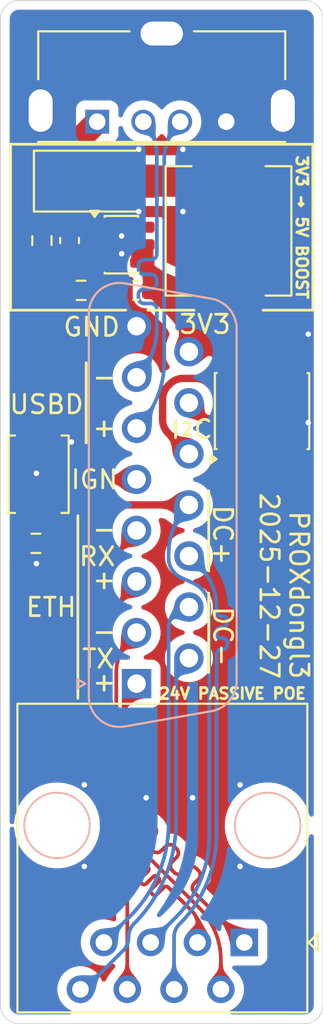
<source format=kicad_pcb>
(kicad_pcb
	(version 20241229)
	(generator "pcbnew")
	(generator_version "9.0")
	(general
		(thickness 1.6)
		(legacy_teardrops no)
	)
	(paper "A4")
	(layers
		(0 "F.Cu" signal)
		(2 "B.Cu" signal)
		(9 "F.Adhes" user "F.Adhesive")
		(11 "B.Adhes" user "B.Adhesive")
		(13 "F.Paste" user)
		(15 "B.Paste" user)
		(5 "F.SilkS" user "F.Silkscreen")
		(7 "B.SilkS" user "B.Silkscreen")
		(1 "F.Mask" user)
		(3 "B.Mask" user)
		(17 "Dwgs.User" user "User.Drawings")
		(19 "Cmts.User" user "User.Comments")
		(21 "Eco1.User" user "User.Eco1")
		(23 "Eco2.User" user "User.Eco2")
		(25 "Edge.Cuts" user)
		(27 "Margin" user)
		(31 "F.CrtYd" user "F.Courtyard")
		(29 "B.CrtYd" user "B.Courtyard")
		(35 "F.Fab" user)
		(33 "B.Fab" user)
		(39 "User.1" user)
		(41 "User.2" user)
		(43 "User.3" user)
		(45 "User.4" user)
	)
	(setup
		(pad_to_mask_clearance 0)
		(allow_soldermask_bridges_in_footprints no)
		(tenting front back)
		(pcbplotparams
			(layerselection 0x00000000_00000000_55555555_5755f5ff)
			(plot_on_all_layers_selection 0x00000000_00000000_00000000_00000000)
			(disableapertmacros no)
			(usegerberextensions yes)
			(usegerberattributes yes)
			(usegerberadvancedattributes yes)
			(creategerberjobfile yes)
			(dashed_line_dash_ratio 12.000000)
			(dashed_line_gap_ratio 3.000000)
			(svgprecision 4)
			(plotframeref no)
			(mode 1)
			(useauxorigin no)
			(hpglpennumber 1)
			(hpglpenspeed 20)
			(hpglpendiameter 15.000000)
			(pdf_front_fp_property_popups yes)
			(pdf_back_fp_property_popups yes)
			(pdf_metadata yes)
			(pdf_single_document no)
			(dxfpolygonmode yes)
			(dxfimperialunits yes)
			(dxfusepcbnewfont yes)
			(psnegative no)
			(psa4output no)
			(plot_black_and_white yes)
			(sketchpadsonfab no)
			(plotpadnumbers no)
			(hidednponfab no)
			(sketchdnponfab yes)
			(crossoutdnponfab yes)
			(subtractmaskfromsilk no)
			(outputformat 1)
			(mirror no)
			(drillshape 0)
			(scaleselection 1)
			(outputdirectory "out/")
		)
	)
	(net 0 "")
	(net 1 "/ETH_DC1+")
	(net 2 "/ETH_RX-")
	(net 3 "/ETH_TX+")
	(net 4 "/ETH_DC2+")
	(net 5 "/ETH_DC1-")
	(net 6 "/ETH_DC2-")
	(net 7 "/ETH_RX+")
	(net 8 "/ETH_TX-")
	(net 9 "/USB_D-")
	(net 10 "/USB_D+")
	(net 11 "+3V3")
	(net 12 "GND")
	(net 13 "+5V")
	(net 14 "Net-(D1-A)")
	(net 15 "Net-(U1-FB)")
	(net 16 "unconnected-(U1-NC-Pad6)")
	(net 17 "/I2C_SDA")
	(net 18 "/I2C_SCL")
	(net 19 "/IGNITION")
	(net 20 "Net-(SW1-A)")
	(footprint "Connector_USB:USB_A_Molex_105057_Vertical" (layer "F.Cu") (at 105.25 49.575))
	(footprint "Diode_SMD:D_SMA" (layer "F.Cu") (at 105.325 52.8))
	(footprint "Resistor_SMD:R_0603_1608Metric" (layer "F.Cu") (at 101.925 72.45 180))
	(footprint "Package_TO_SOT_SMD:SOT-23-6" (layer "F.Cu") (at 106.5625 56.25 90))
	(footprint "Button_Switch_SMD:SW_SPST_TS-1088-xR020" (layer "F.Cu") (at 102.05 68.7 90))
	(footprint "Capacitor_SMD:C_0603_1608Metric" (layer "F.Cu") (at 103.75 56.025 -90))
	(footprint "Package_SO:SOIC-8_3.9x4.9mm_P1.27mm" (layer "F.Cu") (at 114.195 65.275 90))
	(footprint "Inductor_SMD:L_APV_APH0630" (layer "F.Cu") (at 112.375 55.5 90))
	(footprint "Resistor_SMD:R_0603_1608Metric" (layer "F.Cu") (at 104.375 58.725))
	(footprint "Resistor_SMD:R_0603_1608Metric" (layer "F.Cu") (at 102.25 56.025 -90))
	(footprint "Capacitor_SMD:C_0603_1608Metric" (layer "F.Cu") (at 107.35 58.725 180))
	(footprint "Connector_RJ:RJ45_OST_PJ012-8P8CX_Vertical" (layer "F.Cu") (at 113.23 94.1 180))
	(footprint "Connector_Dsub:DSUB-15_Socket_Vertical_P2.77x2.84mm" (layer "B.Cu") (at 107.385 80.06 -90))
	(gr_line
		(start 100.55 59.8)
		(end 100.55 50.8)
		(stroke
			(width 0.15)
			(type default)
		)
		(layer "F.SilkS")
		(uuid "0bb21fb7-3704-48fa-b0fa-ae8d9324f6b5")
	)
	(gr_line
		(start 116.95 59.8)
		(end 114.25 59.8)
		(stroke
			(width 0.15)
			(type default)
		)
		(layer "F.SilkS")
		(uuid "686a42a7-c847-4fd6-b630-2f03d989e285")
	)
	(gr_line
		(start 111.3 75.15)
		(end 111.3 79.45)
		(stroke
			(width 0.15)
			(type default)
		)
		(layer "F.SilkS")
		(uuid "7b7c1e79-eba0-4a39-8f93-4f79a106c7cf")
	)
	(gr_line
		(start 104.65 62.65)
		(end 104.65 67)
		(stroke
			(width 0.15)
			(type default)
		)
		(layer "F.SilkS")
		(uuid "962afc5d-95b0-4015-830d-d72aeae0a586")
	)
	(gr_line
		(start 100.55 50.8)
		(end 116.95 50.8)
		(stroke
			(width 0.15)
			(type default)
		)
		(layer "F.SilkS")
		(uuid "afe98980-f851-42fc-8455-5d44fdb39854")
	)
	(gr_line
		(start 110.5 59.8)
		(end 108 59.8)
		(stroke
			(width 0.15)
			(type default)
		)
		(layer "F.SilkS")
		(uuid "b2d5807f-4ab2-4ab8-9cac-9b7838c80a58")
	)
	(gr_line
		(start 111.3 69.6)
		(end 111.3 73.95)
		(stroke
			(width 0.15)
			(type default)
		)
		(layer "F.SilkS")
		(uuid "be0860b2-78ce-44c2-8985-ea6090560ae6")
	)
	(gr_line
		(start 116.95 50.8)
		(end 116.95 59.8)
		(stroke
			(width 0.15)
			(type default)
		)
		(layer "F.SilkS")
		(uuid "bec049ac-3559-4280-828b-ee19f48cb5fb")
	)
	(gr_line
		(start 106.8 59.8)
		(end 100.55 59.8)
		(stroke
			(width 0.15)
			(type default)
		)
		(layer "F.SilkS")
		(uuid "e506de09-9398-4777-897d-8501908c24f1")
	)
	(gr_line
		(start 104.2 70.95)
		(end 104.2 80.85)
		(stroke
			(width 0.15)
			(type default)
		)
		(layer "F.SilkS")
		(uuid "f8d659c8-ff70-4b99-a38d-781217489325")
	)
	(gr_line
		(start 100 97.5)
		(end 100 44)
		(stroke
			(width 0.05)
			(type default)
		)
		(layer "Edge.Cuts")
		(uuid "0db6ce03-0979-466c-8d70-b73e485d4a8f")
	)
	(gr_line
		(start 117.5 44)
		(end 117.5 97.5)
		(stroke
			(width 0.05)
			(type default)
		)
		(layer "Edge.Cuts")
		(uuid "10be46f5-97dc-400b-ad24-0b8b87306653")
	)
	(gr_line
		(start 101 43)
		(end 116.5 43)
		(stroke
			(width 0.05)
			(type default)
		)
		(layer "Edge.Cuts")
		(uuid "413b3a9e-9bd9-4831-9365-cd63dbd28d7f")
	)
	(gr_arc
		(start 116.5 43)
		(mid 117.207107 43.292893)
		(end 117.5 44)
		(stroke
			(width 0.05)
			(type default)
		)
		(layer "Edge.Cuts")
		(uuid "52b734ef-74dd-43b6-888f-18443ecf54e3")
	)
	(gr_arc
		(start 101 98.5)
		(mid 100.292893 98.207107)
		(end 100 97.5)
		(stroke
			(width 0.05)
			(type default)
		)
		(layer "Edge.Cuts")
		(uuid "6a17951b-3130-4b4a-9fe8-2b07478bf2be")
	)
	(gr_line
		(start 116.5 98.5)
		(end 101 98.5)
		(stroke
			(width 0.05)
			(type default)
		)
		(layer "Edge.Cuts")
		(uuid "79c46bbb-04e4-4a4a-967a-27117ae08049")
	)
	(gr_arc
		(start 117.5 97.5)
		(mid 117.207107 98.207107)
		(end 116.5 98.5)
		(stroke
			(width 0.05)
			(type default)
		)
		(layer "Edge.Cuts")
		(uuid "dbd91a20-56fa-46cf-ba01-69e810d4c7e5")
	)
	(gr_arc
		(start 100 44)
		(mid 100.292893 43.292893)
		(end 101 43)
		(stroke
			(width 0.05)
			(type default)
		)
		(layer "Edge.Cuts")
		(uuid "f40b6dc1-c075-4afe-b6bc-38632a8e4915")
	)
	(gr_text "ETH"
		(at 102.75 76.5 0)
		(layer "F.SilkS")
		(uuid "049bffc6-81b2-43bb-a40c-9da8e459d2e1")
		(effects
			(font
				(size 1 1)
				(thickness 0.15)
			)
			(justify bottom)
		)
	)
	(gr_text "3V3 → 5V BOOST"
		(at 116 55.3 270)
		(layer "F.SilkS")
		(uuid "065418fe-2066-4ca7-acdd-77ec5423263f")
		(effects
			(font
				(size 0.6 0.6)
				(thickness 0.15)
				(bold yes)
			)
			(justify bottom)
		)
	)
	(gr_text "+"
		(at 105.625 75 0)
		(layer "F.SilkS")
		(uuid "0b90a5b0-df5d-4501-b2f2-b67448d903bf")
		(effects
			(font
				(size 1 1)
				(thickness 0.15)
			)
			(justify bottom)
		)
	)
	(gr_text "TX"
		(at 105.3 79.3 0)
		(layer "F.SilkS")
		(uuid "1794d75d-514e-449d-9103-4763c94b122d")
		(effects
			(font
				(size 1 1)
				(thickness 0.15)
			)
			(justify bottom)
		)
	)
	(gr_text "I C"
		(at 111.6 66.85 0)
		(layer "F.SilkS")
		(uuid "1d64b92b-cd19-41eb-b4d7-c788d3008a2a")
		(effects
			(font
				(size 1 1)
				(thickness 0.15)
			)
			(justify right bottom)
		)
	)
	(gr_text "-"
		(at 105.625 77.8 0)
		(layer "F.SilkS")
		(uuid "1df42f9d-6b34-4d56-ac24-44dc5206c04f")
		(effects
			(font
				(size 1 1)
				(thickness 0.15)
			)
			(justify bottom)
		)
	)
	(gr_text "+"
		(at 105.625 80.55 0)
		(layer "F.SilkS")
		(uuid "26fe9f4a-06b7-4719-b1a4-70101fcfed63")
		(effects
			(font
				(size 1 1)
				(thickness 0.15)
			)
			(justify bottom)
		)
	)
	(gr_text "3V3"
		(at 111.1 61.15 0)
		(layer "F.SilkS")
		(uuid "3ee0d8b8-3e57-41fc-b8b9-064870c61fbb")
		(effects
			(font
				(size 1 1)
				(thickness 0.15)
			)
			(justify bottom)
		)
	)
	(gr_text "-"
		(at 105.625 72.25 0)
		(layer "F.SilkS")
		(uuid "3f3f6247-261b-47e9-ac0a-2d4d11d96d03")
		(effects
			(font
				(size 1 1)
				(thickness 0.15)
			)
			(justify bottom)
		)
	)
	(gr_text "DC+"
		(at 111.475 72 270)
		(layer "F.SilkS")
		(uuid "4819db5c-a7f2-4d5a-892b-093ce72a6ae9")
		(effects
			(font
				(size 1 1)
				(thickness 0.15)
			)
			(justify bottom)
		)
	)
	(gr_text "PROXdongl3\n2025-12-27"
		(at 114 79.9 270)
		(layer "F.SilkS")
		(uuid "56a00f68-612a-4d4f-95f6-399a861de7d1")
		(effects
			(font
				(size 1 1)
				(thickness 0.15)
			)
			(justify right bottom)
		)
	)
	(gr_text "24V PASSIVE POE"
		(at 116.65 80.95 0)
		(layer "F.SilkS")
		(uuid "582ed5dd-8095-4dca-b37e-f8f353222111")
		(effects
			(font
				(size 0.6 0.6)
				(thickness 0.15)
				(bold yes)
			)
			(justify right bottom)
		)
	)
	(gr_text "GND"
		(at 104.95 61.3 0)
		(layer "F.SilkS")
		(uuid "62408669-0d82-4b09-a3c6-e15998c50aa3")
		(effects
			(font
				(size 1 1)
				(thickness 0.15)
			)
			(justify bottom)
		)
	)
	(gr_text "-"
		(at 105.625 64 0)
		(layer "F.SilkS")
		(uuid "7860e24c-92e6-4578-bef4-82b88fcc73bf")
		(effects
			(font
				(size 1 1)
				(thickness 0.15)
			)
			(justify bottom)
		)
	)
	(gr_text "RX"
		(at 105.25 73.75 0)
		(layer "F.SilkS")
		(uuid "94adfeb0-c9ad-4a6b-98c9-e985685955c1")
		(effects
			(font
				(size 1 1)
				(thickness 0.15)
			)
			(justify bottom)
		)
	)
	(gr_text "² "
		(at 111.35 67.3 0)
		(layer "F.SilkS")
		(uuid "afdcc192-595b-4445-b6dd-101c9dc96190")
		(effects
			(font
				(size 1 1)
				(thickness 0.15)
			)
			(justify right bottom)
		)
	)
	(gr_text "IGN"
		(at 105.1 69.575 0)
		(layer "F.SilkS")
		(uuid "c8d87bec-a391-4205-b845-6b930131ddf5")
		(effects
			(font
				(size 1 1)
				(thickness 0.15)
			)
			(justify bottom)
		)
	)
	(gr_text "USBD"
		(at 102.5 65.5 0)
		(layer "F.SilkS")
		(uuid "d627d361-55c1-4fb3-8c05-87f33695c61d")
		(effects
			(font
				(size 1 1)
				(thickness 0.15)
			)
			(justify bottom)
		)
	)
	(gr_text "DC-"
		(at 111.475 77.5 270)
		(layer "F.SilkS")
		(uuid "df6d8cb3-b30e-4703-b7c0-d3a2843d2850")
		(effects
			(font
				(size 1 1)
				(thickness 0.15)
			)
			(justify bottom)
		)
	)
	(gr_text "+"
		(at 105.625 66.75 0)
		(layer "F.SilkS")
		(uuid "ec000367-5a59-4131-9be4-cd9c849520c3")
		(effects
			(font
				(size 1 1)
				(thickness 0.15)
			)
			(justify bottom)
		)
	)
	(segment
		(start 109.42 93.811314)
		(end 109.42 96.64)
		(width 0.2)
		(layer "B.Cu")
		(net 1)
		(uuid "1b3a16c5-83c5-4082-963a-24f4bce5b034")
	)
	(segment
		(start 111.727 78.438473)
		(end 111.727 78.558473)
		(width 0.2)
		(layer "B.Cu")
		(net 1)
		(uuid "297592fe-a272-44fc-9e77-42cb25950c25")
	)
	(segment
		(start 112.307 77.838473)
		(end 112.307 77.958473)
		(width 0.2)
		(layer "B.Cu")
		(net 1)
		(uuid "3605a777-fcb1-4949-9d2b-4fed50311136")
	)
	(segment
		(start 110.225 73.135)
		(end 110.837673 73.747673)
		(width 0.2)
		(layer "B.Cu")
		(net 1)
		(uuid "42abc40d-b88e-4359-b3e2-d2fd62bc3daf")
	)
	(segment
		(start 111.967 76.398473)
		(end 112.067 76.398473)
		(width 0.2)
		(layer "B.Cu")
		(net 1)
		(uuid "4b6e64f8-ddf2-4ad7-88b5-f979a45e1a53")
	)
	(segment
		(start 111.727 78.611757)
		(end 111.727 79.948824)
		(width 0.2)
		(layer "B.Cu")
		(net 1)
		(uuid "58c9926b-6326-42e7-9dc0-12c851049de2")
	)
	(segment
		(start 111.727 78.558473)
		(end 111.727 78.611757)
		(width 0.2)
		(layer "B.Cu")
		(net 1)
		(uuid "83f4b8a8-9871-4188-8e2f-293062ac7c8a")
	)
	(segment
		(start 112.307 76.638473)
		(end 112.307 76.758473)
		(width 0.2)
		(layer "B.Cu")
		(net 1)
		(uuid "989da18c-164e-4312-b765-d0763e0d36c9")
	)
	(segment
		(start 112.067 76.998473)
		(end 111.967 76.998473)
		(width 0.2)
		(layer "B.Cu")
		(net 1)
		(uuid "aba83d00-45b9-415e-8971-df563c611b99")
	)
	(segment
		(start 111.727 79.948824)
		(end 111.727 88.241834)
		(width 0.2)
		(layer "B.Cu")
		(net 1)
		(uuid "b4f4a6aa-0c07-400b-8acd-30687c0c6f72")
	)
	(segment
		(start 112.067 78.198473)
		(end 111.967 78.198473)
		(width 0.2)
		(layer "B.Cu")
		(net 1)
		(uuid "c29c28f6-4ec4-47de-af13-a0590522dd89")
	)
	(segment
		(start 111.727005 75.894771)
		(end 111.727 76.158473)
		(width 0.2)
		(layer "B.Cu")
		(net 1)
		(uuid "cca05b71-5b5f-4256-ab52-cb01e3d64242")
	)
	(segment
		(start 111.727 77.238473)
		(end 111.727 77.358473)
		(width 0.2)
		(layer "B.Cu")
		(net 1)
		(uuid "e8f35f1c-5947-4153-b041-9d5f8b5d5ced")
	)
	(segment
		(start 111.967 77.598473)
		(end 112.067 77.598473)
		(width 0.2)
		(layer "B.Cu")
		(net 1)
		(uuid "eca8d92f-de7c-4ff4-8620-6832795d65d8")
	)
	(arc
		(start 111.727 88.241834)
		(mid 111.203571 90.873289)
		(end 109.712893 93.104207)
		(width 0.2)
		(layer "B.Cu")
		(net 1)
		(uuid "3d729d30-f11a-449e-8f5f-d25a15500890")
	)
	(arc
		(start 111.727 77.358473)
		(mid 111.797294 77.528179)
		(end 111.967 77.598473)
		(width 0.2)
		(layer "B.Cu")
		(net 1)
		(uuid "4889e938-fd7e-45f7-a438-fd58a02665ad")
	)
	(arc
		(start 111.967 76.998473)
		(mid 111.797294 77.068767)
		(end 111.727 77.238473)
		(width 0.2)
		(layer "B.Cu")
		(net 1)
		(uuid "840bed66-a729-458a-bb79-41114e5b1fc5")
	)
	(arc
		(start 112.307 77.958473)
		(mid 112.236706 78.128179)
		(end 112.067 78.198473)
		(width 0.2)
		(layer "B.Cu")
		(net 1)
		(uuid "88017b7f-2ce8-4096-b5fa-7d43e157a07b")
	)
	(arc
		(start 112.307 76.758473)
		(mid 112.236706 76.928179)
		(end 112.067 76.998473)
		(width 0.2)
		(layer "B.Cu")
		(net 1)
		(uuid "9785c371-2f24-469e-8504-4a7247b09219")
	)
	(arc
		(start 111.727 76.158473)
		(mid 111.797294 76.328179)
		(end 111.967 76.398473)
		(width 0.2)
		(layer "B.Cu")
		(net 1)
		(uuid "a609964b-d264-4d9f-b12b-08cc4a699a63")
	)
	(arc
		(start 112.067 76.398473)
		(mid 112.236706 76.468767)
		(end 112.307 76.638473)
		(width 0.2)
		(layer "B.Cu")
		(net 1)
		(uuid "ac1d85bb-f59a-4dfc-941c-ef6392377f83")
	)
	(arc
		(start 109.712893 93.104207)
		(mid 109.49612 93.428631)
		(end 109.42 93.811314)
		(width 0.2)
		(layer "B.Cu")
		(net 1)
		(uuid "d6ee7632-5b2a-4cfb-b595-83b645ff3a0f")
	)
	(arc
		(start 110.837673 73.747673)
		(mid 111.495887 74.73277)
		(end 111.727005 75.894771)
		(width 0.2)
		(layer "B.Cu")
		(net 1)
		(uuid "d77a85b3-60db-4da9-b72d-3bba58386af8")
	)
	(arc
		(start 112.067 77.598473)
		(mid 112.236706 77.668767)
		(end 112.307 77.838473)
		(width 0.2)
		(layer "B.Cu")
		(net 1)
		(uuid "db339cf9-2624-410e-9cdf-a3c53cbe6b3f")
	)
	(arc
		(start 111.967 78.198473)
		(mid 111.797294 78.268767)
		(end 111.727 78.438473)
		(width 0.2)
		(layer "B.Cu")
		(net 1)
		(uuid "e60421ae-9944-4ba1-b5d8-dc864b2c1861")
	)
	(segment
		(start 106.88 96.64)
		(end 106.88 91.014127)
		(width 0.2)
		(layer "F.Cu")
		(net 2)
		(uuid "35e5ba2f-7fd0-48ff-93b1-eae833a0d61e")
	)
	(segment
		(start 105.482 87.639086)
		(end 105.482 76.344198)
		(width 0.2)
		(layer "F.Cu")
		(net 2)
		(uuid "60b35e78-4833-4263-92c3-97eb2a95da3d")
	)
	(arc
		(start 105.774893 88.346193)
		(mid 106.592798 89.570264)
		(end 106.88 91.014127)
		(width 0.2)
		(layer "F.Cu")
		(net 2)
		(uuid "19e1288e-cd7a-4cfe-953d-6947053902e2")
	)
	(arc
		(start 107.385 71.75)
		(mid 105.976563 73.857856)
		(end 105.482 76.344198)
		(width 0.2)
		(layer "F.Cu")
		(net 2)
		(uuid "9c5fc30d-d7ed-4b8a-bacb-26097bee2dee")
	)
	(arc
		(start 105.774893 88.346193)
		(mid 105.55812 88.02177)
		(end 105.482 87.639086)
		(width 0.2)
		(layer "F.Cu")
		(net 2)
		(uuid "d51b8968-c8e4-42c4-9a1a-bfffcced0d88")
	)
	(segment
		(start 106.685 80.76)
		(end 106.685 87.140786)
		(width 0.2)
		(layer "F.Cu")
		(net 3)
		(uuid "213cc9bc-96a1-4c17-8f5c-ccd93a116c65")
	)
	(segment
		(start 108.728115 89.12294)
		(end 108.960045 88.891007)
		(width 0.2)
		(layer "F.Cu")
		(net 3)
		(uuid "24ac8024-d204-4326-b00b-005f6abc51fc")
	)
	(segment
		(start 110.62316 90.078947)
		(end 110.741953 90.19774)
		(width 0.2)
		(layer "F.Cu")
		(net 3)
		(uuid "33be4c92-56f3-41eb-816b-15f32d9d77e2")
	)
	(segment
		(start 107.385 80.06)
		(end 106.685 80.76)
		(width 0.2)
		(layer "F.Cu")
		(net 3)
		(uuid "34c1f55e-d59e-4312-a4ac-b692196311fb")
	)
	(segment
		(start 110.741953 90.672916)
		(end 110.51002 90.904846)
		(width 0.2)
		(layer "F.Cu")
		(net 3)
		(uuid "5422b261-37a7-4aa3-8ee2-9fe0f509da50")
	)
	(segment
		(start 107.385 80.06)
		(end 106.977893 80.467107)
		(width 0.2)
		(layer "F.Cu")
		(net 3)
		(uuid "6c1f7510-deab-4342-9ffa-c055c23b178e")
	)
	(segment
		(start 107.540176 87.935001)
		(end 107.772106 87.703068)
		(width 0.2)
		(layer "F.Cu")
		(net 3)
		(uuid "84b38016-7cc8-4fa3-8b7d-a5b057c522ba")
	)
	(segment
		(start 109.554014 89.484977)
		(end 109.322081 89.716907)
		(width 0.2)
		(layer "F.Cu")
		(net 3)
		(uuid "9ac48fe6-f7b1-44c0-98a7-4e04da66844b")
	)
	(segment
		(start 109.916054 90.310879)
		(end 110.147984 90.078946)
		(width 0.2)
		(layer "F.Cu")
		(net 3)
		(uuid "a2574c8e-f60c-47dc-ba1e-fdeaf4826972")
	)
	(segment
		(start 110.628817 91.498817)
		(end 111.065 91.935)
		(width 0.2)
		(layer "F.Cu")
		(net 3)
		(uuid "ab11df4e-0c3b-49e5-b3ae-859f74f2b246")
	)
	(segment
		(start 109.435221 88.891008)
		(end 109.554014 89.009801)
		(width 0.2)
		(layer "F.Cu")
		(net 3)
		(uuid "b6312bb9-ecae-4f9e-96e4-326e5c0f01a1")
	)
	(segment
		(start 109.322082 90.192083)
		(end 109.440878 90.310878)
		(width 0.2)
		(layer "F.Cu")
		(net 3)
		(uuid "b73de118-aa28-480d-b46e-9d60e59735a8")
	)
	(segment
		(start 108.366075 88.297038)
		(end 108.134142 88.528968)
		(width 0.2)
		(layer "F.Cu")
		(net 3)
		(uuid "bca99180-b19e-4329-afac-060f59b785f4")
	)
	(segment
		(start 111.065 91.935)
		(end 113.23 94.1)
		(width 0.2)
		(layer "F.Cu")
		(net 3)
		(uuid "d2aaabad-c98a-45ae-96f4-1a8bd2222fa4")
	)
	(segment
		(start 108.247282 87.703069)
		(end 108.366075 87.821862)
		(width 0.2)
		(layer "F.Cu")
		(net 3)
		(uuid "dfb03752-e664-48a2-9d08-a7133c0f8063")
	)
	(segment
		(start 110.510021 91.380022)
		(end 110.628817 91.498817)
		(width 0.2)
		(layer "F.Cu")
		(net 3)
		(uuid "e06b253f-14fb-4dc8-9851-561d427c4427")
	)
	(segment
		(start 106.977893 87.847893)
		(end 107.065 87.935)
		(width 0.2)
		(layer "F.Cu")
		(net 3)
		(uuid "e20394a6-36ba-478e-8529-2641863adfaf")
	)
	(segment
		(start 108.134143 89.004144)
		(end 108.252939 89.122939)
		(width 0.2)
		(layer "F.Cu")
		(net 3)
		(uuid "e7e0aa8a-e407-46af-a998-0e98ace99086")
	)
	(arc
		(start 108.134142 88.528968)
		(mid 108.035731 88.766556)
		(end 108.134143 89.004144)
		(width 0.2)
		(layer "F.Cu")
		(net 3)
		(uuid "233b63ef-0432-464d-be60-e0fff5d13ac2")
	)
	(arc
		(start 110.51002 90.904846)
		(mid 110.411609 91.142434)
		(end 110.510021 91.380022)
		(width 0.2)
		(layer "F.Cu")
		(net 3)
		(uuid "3f33e3bc-9f81-4a07-86d5-c2781531a87b")
	)
	(arc
		(start 109.440878 90.310878)
		(mid 109.678467 90.40929)
		(end 109.916054 90.310879)
		(width 0.2)
		(layer "F.Cu")
		(net 3)
		(uuid "443a3d4a-6585-4196-a40e-7041425c4eac")
	)
	(arc
		(start 110.147984 90.078946)
		(mid 110.385572 89.980535)
		(end 110.62316 90.078947)
		(width 0.2)
		(layer "F.Cu")
		(net 3)
		(uuid "450e2d8f-0dd2-42b4-8f9f-39d4c2ccd201")
	)
	(arc
		(start 110.741953 90.19774)
		(mid 110.840365 90.435328)
		(end 110.741953 90.672916)
		(width 0.2)
		(layer "F.Cu")
		(net 3)
		(uuid "4e2764a4-0acf-4e47-855b-0e09e4b064ac")
	)
	(arc
		(start 107.065 87.935)
		(mid 107.302589 88.033412)
		(end 107.540176 87.935001)
		(width 0.2)
		(layer "F.Cu")
		(net 3)
		(uuid "617fa0de-ebb0-436c-8263-15595d60ef9c")
	)
	(arc
		(start 108.366075 87.821862)
		(mid 108.464487 88.05945)
		(end 108.366075 88.297038)
		(width 0.2)
		(layer "F.Cu")
		(net 3)
		(uuid "75f31041-05b3-4f77-bf21-c5469b3b3203")
	)
	(arc
		(start 108.252939 89.122939)
		(mid 108.490528 89.221351)
		(end 108.728115 89.12294)
		(width 0.2)
		(layer "F.Cu")
		(net 3)
		(uuid "8f790694-a398-4b1e-bb57-b582fb2543be")
	)
	(arc
		(start 107.772106 87.703068)
		(mid 108.009694 87.604657)
		(end 108.247282 87.703069)
		(width 0.2)
		(layer "F.Cu")
		(net 3)
		(uuid "a951adfe-5ee2-47da-a8db-acf76f9336c4")
	)
	(arc
		(start 109.554014 89.009801)
		(mid 109.652426 89.247389)
		(end 109.554014 89.484977)
		(width 0.2)
		(layer "F.Cu")
		(net 3)
		(uuid "cac28868-16bc-44b8-8510-56e0c858b8a5")
	)
	(arc
		(start 106.685 87.140786)
		(mid 106.76112 87.52347)
		(end 106.977893 87.847893)
		(width 0.2)
		(layer "F.Cu")
		(net 3)
		(uuid "d50a074b-b3dd-4558-8c40-85b226028dcd")
	)
	(arc
		(start 109.322081 89.716907)
		(mid 109.22367 89.954495)
		(end 109.322082 90.192083)
		(width 0.2)
		(layer "F.Cu")
		(net 3)
		(uuid "dc2f670d-15ea-4477-9882-6c8a74a5d2f3")
	)
	(arc
		(start 108.960045 88.891007)
		(mid 109.197633 88.792596)
		(end 109.435221 88.891008)
		(width 0.2)
		(layer "F.Cu")
		(net 3)
		(uuid "e16beaad-139b-4905-8a28-40e8a90511db")
	)
	(segment
		(start 105.249214 70.365)
		(end 110.225 70.365)
		(width 0.4)
		(layer "F.Cu")
		(net 4)
		(uuid "28ffc81f-a65d-4b44-9612-79f8d15c4d07")
	)
	(segment
		(start 102.75 72.45)
		(end 104.542107 70.657893)
		(width 0.4)
		(layer "F.Cu")
		(net 4)
		(uuid "886713da-d5c7-4610-b7a1-e844412d6ec7")
	)
	(arc
		(start 105.249214 70.365)
		(mid 104.866531 70.44112)
		(end 104.542107 70.657893)
		(width 0.4)
		(layer "F.Cu")
		(net 4)
		(uuid "3401c0a7-82c0-402d-a12a-13ee7408dfc4")
	)
	(segment
		(start 111.326 75.937102)
		(end 111.326 88.341275)
		(width 0.2)
		(layer "B.Cu")
		(net 4)
		(uuid "2e521ab4-1c9c-4f82-8744-e8f74b45f502")
	)
	(segment
		(start 109.4997 92.750316)
		(end 108.15 94.1)
		(width 0.2)
		(layer "B.Cu")
		(net 4)
		(uuid "50323dfe-b2cd-4ed8-8839-87d366f75576")
	)
	(segment
		(start 109.123999 73.094481)
		(end 109.123997 73.24715)
		(width 0.2)
		(layer "B.Cu")
		(net 4)
		(uuid "573d0532-267c-4c64-81f2-82efa49f1e11")
	)
	(segment
		(start 109.124 73.050762)
		(end 109.123999 73.094481)
		(width 0.2)
		(layer "B.Cu")
		(net 4)
		(uuid "83aac324-fece-4496-8203-5c602cf4d72f")
	)
	(segment
		(start 109.124 73.022931)
		(end 109.124 73.050762)
		(width 0.2)
		(layer "B.Cu")
		(net 4)
		(uuid "b55e6cf2-afd1-4de7-8e61-c1b98395f5a3")
	)
	(segment
		(start 109.80946 74.311291)
		(end 110.472761 74.612516)
		(width 0.2)
		(layer "B.Cu")
		(net 4)
		(uuid "e3ce3b94-346f-4702-a787-4bad6a18c179")
	)
	(arc
		(start 109.123997 73.24715)
		(mid 109.310191 73.880054)
		(end 109.80946 74.311291)
		(width 0.2)
		(layer "B.Cu")
		(net 4)
		(uuid "29764fa2-a997-4704-9206-466832b26de4")
	)
	(arc
		(start 110.225 70.365)
		(mid 109.410133 71.584481)
		(end 109.124 73.022931)
		(width 0.2)
		(layer "B.Cu")
		(net 4)
		(uuid "524331c2-a955-4a25-93ad-45d61e2ba38d")
	)
	(arc
		(start 111.326 88.341275)
		(mid 110.85136 90.727434)
		(end 109.4997 92.750316)
		(width 0.2)
		(layer "B.Cu")
		(net 4)
		(uuid "95ff44f7-af53-4de6-a56f-ea9300a9a3de")
	)
	(arc
		(start 111.326 75.937102)
		(mid 111.094227 75.149297)
		(end 110.472761 74.612516)
		(width 0.2)
		(layer "B.Cu")
		(net 4)
		(uuid "e8685c65-5f2e-4be2-a160-a7a6580df01f")
	)
	(segment
		(start 109.416893 76.333107)
		(end 109.845 75.905)
		(width 0.2)
		(layer "B.Cu")
		(net 5)
		(uuid "19de6717-dd66-4f55-9b1f-ed5f070abbb0")
	)
	(segment
		(start 109.124 87.641773)
		(end 109.124 77.040214)
		(width 0.2)
		(layer "B.Cu")
		(net 5)
		(uuid "7ef2c0a7-1daf-4709-ba47-40c201c5c4ee")
	)
	(segment
		(start 109.845 75.905)
		(end 110.225 75.905)
		(width 0.2)
		(layer "B.Cu")
		(net 5)
		(uuid "7ff693eb-e5e6-4b1c-9b05-4bb976a10db3")
	)
	(segment
		(start 105.61 94.1)
		(end 107.042033 92.668001)
		(width 0.2)
		(layer "B.Cu")
		(net 5)
		(uuid "947dcb75-2a58-4d01-91e3-4a251669c49b")
	)
	(segment
		(start 105.61 94.1)
		(end 105.5 93.99)
		(width 0.2)
		(layer "B.Cu")
		(net 5)
		(uuid "ee570994-3e94-4237-bd5c-cfcc1aedb572")
	)
	(arc
		(start 107.042033 92.668001)
		(mid 108.582913 90.361955)
		(end 109.124 87.641773)
		(width 0.2)
		(layer "B.Cu")
		(net 5)
		(uuid "9367f155-3e0b-4ef1-95e0-d75e8f9bf54c")
	)
	(arc
		(start 109.416893 76.333107)
		(mid 109.20012 76.65753)
		(end 109.124 77.040214)
		(width 0.2)
		(layer "B.Cu")
		(net 5)
		(uuid "ac278524-a01d-4232-8144-d0e3b99e6d94")
	)
	(segment
		(start 106.953893 93.828232)
		(end 106.953893 93.785982)
		(width 0.2)
		(layer "B.Cu")
		(net 6)
		(uuid "6010f089-3123-43db-a364-fbc262c45f34")
	)
	(segment
		(start 109.525 87.578835)
		(end 109.525 79.789214)
		(width 0.2)
		(layer "B.Cu")
		(net 6)
		(uuid "7e9e76bf-d0c5-4b76-b851-d7129937c28e")
	)
	(segment
		(start 104.556339 96.64)
		(end 106.661 94.535339)
		(width 0.2)
		(layer "B.Cu")
		(net 6)
		(uuid "95ee3c68-50d0-449d-b1c1-bdd40f4b71cc")
	)
	(segment
		(start 104.34 96.64)
		(end 104.556339 96.64)
		(width 0.2)
		(layer "B.Cu")
		(net 6)
		(uuid "b41c45bb-3840-4329-873b-0826724ca19c")
	)
	(segment
		(start 109.817893 79.082107)
		(end 110.225 78.675)
		(width 0.2)
		(layer "B.Cu")
		(net 6)
		(uuid "ee68e164-ca41-4506-92ea-0620134d969e")
	)
	(arc
		(start 109.525 79.789214)
		(mid 109.60112 79.406531)
		(end 109.817893 79.082107)
		(width 0.2)
		(layer "B.Cu")
		(net 6)
		(uuid "601c0325-34fd-4107-8982-98e1646ff6bb")
	)
	(arc
		(start 106.953893 93.785982)
		(mid 107.030013 93.403299)
		(end 107.246786 93.078875)
		(width 0.2)
		(layer "B.Cu")
		(net 6)
		(uuid "6cbdcb56-97f5-4eb9-bec7-9c4b1ad8ab0a")
	)
	(arc
		(start 106.661 94.535339)
		(mid 106.877773 94.210916)
		(end 106.953893 93.828232)
		(width 0.2)
		(layer "B.Cu")
		(net 6)
		(uuid "cdf8a814-f6e8-4848-b587-18abdfccfa59")
	)
	(arc
		(start 107.246786 93.078875)
		(mid 108.932921 90.555415)
		(end 109.525 87.578835)
		(width 0.2)
		(layer "B.Cu")
		(net 6)
		(uuid "eb7a141a-7c25-4cc6-b7e6-d884c399ce57")
	)
	(segment
		(start 109.162381 91.166581)
		(end 109.3279 91.3321)
		(width 0.2)
		(layer "F.Cu")
		(net 7)
		(uuid "15b411c7-ffbd-4ead-bf58-f9f9c6b35cb2")
	)
	(segment
		(start 109.104397 91.108597)
		(end 109.162381 91.166581)
		(width 0.2)
		(layer "F.Cu")
		(net 7)
		(uuid "2762318f-2d42-4a0d-9577-aa34abcf0d1c")
	)
	(segment
		(start 108.002727 90.238858)
		(end 107.619475 90.622109)
		(width 0.2)
		(layer "F.Cu")
		(net 7)
		(uuid "287071ee-1ee2-499c-a9ce-f8ecf42d3b0b")
	)
	(segment
		(start 107.4229 89.659031)
		(end 107.216424 89.865506)
		(width 0.2)
		(layer "F.Cu")
		(net 7)
		(uuid "29a7ed2f-8e4f-4cb7-82c9-1b82aa07d29c")
	)
	(segment
		(start 108.199302 91.433867)
		(end 108.257284 91.491849)
		(width 0.2)
		(layer "F.Cu")
		(net 7)
		(uuid "2bc0a353-443d-4045-92f7-8008b44d6876")
	)
	(segment
		(start 107.216424 90.097437)
		(end 107.274406 90.155419)
		(width 0.2)
		(layer "F.Cu")
		(net 7)
		(uuid "3bd8a843-541f-49a2-80ce-54e5adec7582")
	)
	(segment
		(start 109.3279 91.3321)
		(end 110.281037 92.285237)
		(width 0.2)
		(layer "F.Cu")
		(net 7)
		(uuid "3ff0c178-d559-4453-b347-324ac0c71169")
	)
	(segment
		(start 110.281037 92.285237)
		(end 110.397107 92.401307)
		(width 0.2)
		(layer "F.Cu")
		(net 7)
		(uuid "870a4c3e-3467-4d7d-899e-2fa5d5e145dc")
	)
	(segment
		(start 107.944743 89.948943)
		(end 108.002727 90.006927)
		(width 0.2)
		(layer "F.Cu")
		(net 7)
		(uuid "9c62ffd7-2d59-4831-8a10-0b34bb66b7f3")
	)
	(segment
		(start 107.506337 90.155419)
		(end 107.712812 89.948943)
		(width 0.2)
		(layer "F.Cu")
		(net 7)
		(uuid "a5c6f3b1-9b78-483d-a59a-da4a82b89d2b")
	)
	(segment
		(start 107.909388 90.912022)
		(end 108.292639 90.52877)
		(width 0.2)
		(layer "F.Cu")
		(net 7)
		(uuid "a8239e8f-f4ad-4bcd-a685-40b24630076d")
	)
	(segment
		(start 108.582554 90.818685)
		(end 108.199302 91.201936)
		(width 0.2)
		(layer "F.Cu")
		(net 7)
		(uuid "ae2a428f-6241-4267-938d-dc7b1785dbab")
	)
	(segment
		(start 107.619475 90.85404)
		(end 107.677457 90.912022)
		(width 0.2)
		(layer "F.Cu")
		(net 7)
		(uuid "bd542de6-00d6-4569-a8a8-7b814e5434c0")
	)
	(segment
		(start 105.883 78.146129)
		(end 105.883 87.472986)
		(width 0.2)
		(layer "F.Cu")
		(net 7)
		(uuid "bdcc6913-de0c-47e8-80af-b18b6df31a33")
	)
	(segment
		(start 108.52457 90.52877)
		(end 108.582554 90.586754)
		(width 0.2)
		(layer "F.Cu")
		(net 7)
		(uuid "cbb60cd9-50b4-4299-b5a3-262396cc7801")
	)
	(segment
		(start 106.175893 88.180093)
		(end 107.4229 89.4271)
		(width 0.2)
		(layer "F.Cu")
		(net 7)
		(uuid "dc2eb85c-2011-497b-9c1a-e9375e89c281")
	)
	(segment
		(start 108.489215 91.491849)
		(end 108.872466 91.108597)
		(width 0.2)
		(layer "F.Cu")
		(net 7)
		(uuid "f106b01f-947e-4b6d-b921-7b6d67ddc96c")
	)
	(segment
		(start 110.69 93.108414)
		(end 110.69 94.1)
		(width 0.2)
		(layer "F.Cu")
		(net 7)
		(uuid "fadf9c9d-be21-45c6-bd28-ba31471b182e")
	)
	(arc
		(start 107.677457 90.912022)
		(mid 107.793423 90.960056)
		(end 107.909388 90.912022)
		(width 0.2)
		(layer "F.Cu")
		(net 7)
		(uuid "0044d40f-1336-4018-897f-f767c31ef9ee")
	)
	(arc
		(start 110.397107 92.401307)
		(mid 110.61388 92.725731)
		(end 110.69 93.108414)
		(width 0.2)
		(layer "F.Cu")
		(net 7)
		(uuid "08a9e97a-790d-4c1c-9c02-8911175f24f6")
	)
	(arc
		(start 105.883 87.472986)
		(mid 105.95912 87.855669)
		(end 106.175893 88.180093)
		(width 0.2)
		(layer "F.Cu")
		(net 7)
		(uuid "132eb2b6-7af8-45e0-ad5e-0a1ba96503ff")
	)
	(arc
		(start 108.199302 91.201936)
		(mid 108.151268 91.317901)
		(end 108.199302 91.433867)
		(width 0.2)
		(layer "F.Cu")
		(net 7)
		(uuid "2908833b-4ba6-4279-91a0-8e3768d41ad8")
	)
	(arc
		(start 107.4229 89.4271)
		(mid 107.470934 89.543066)
		(end 107.4229 89.659031)
		(width 0.2)
		(layer "F.Cu")
		(net 7)
		(uuid "3d1a5c3b-9c1c-4ff9-b509-0cd7ba345534")
	)
	(arc
		(start 108.002727 90.006927)
		(mid 108.050761 90.122893)
		(end 108.002727 90.238858)
		(width 0.2)
		(layer "F.Cu")
		(net 7)
		(uuid "43d0c6e6-db7b-45ce-b80a-75e47fc99d11")
	)
	(arc
		(start 107.619475 90.622109)
		(mid 107.571441 90.738074)
		(end 107.619475 90.85404)
		(width 0.2)
		(layer "F.Cu")
		(net 7)
		(uuid "450ede13-fc08-433a-a879-90ba3cb3c275")
	)
	(arc
		(start 107.712812 89.948943)
		(mid 107.828777 89.900909)
		(end 107.944743 89.948943)
		(width 0.2)
		(layer "F.Cu")
		(net 7)
		(uuid "559183c8-82a1-498e-9f0c-0c279546951a")
	)
	(arc
		(start 108.292639 90.52877)
		(mid 108.408604 90.480736)
		(end 108.52457 90.52877)
		(width 0.2)
		(layer "F.Cu")
		(net 7)
		(uuid "6c24ef7f-7479-488d-81ee-eaa183b09299")
	)
	(arc
		(start 108.582554 90.586754)
		(mid 108.630588 90.70272)
		(end 108.582554 90.818685)
		(width 0.2)
		(layer "F.Cu")
		(net 7)
		(uuid "a09cebd6-3518-47f7-8983-a19fb2e66433")
	)
	(arc
		(start 107.274406 90.155419)
		(mid 107.390372 90.203453)
		(end 107.506337 90.155419)
		(width 0.2)
		(layer "F.Cu")
		(net 7)
		(uuid "a2dcb139-68dc-48c9-8390-fa2135db1e40")
	)
	(arc
		(start 107.216424 89.865506)
		(mid 107.16839 89.981471)
		(end 107.216424 90.097437)
		(width 0.2)
		(layer "F.Cu")
		(net 7)
		(uuid "ad7c87b6-7075-4132-a3b8-14a1b031aa08")
	)
	(arc
		(start 107.385 74.52)
		(mid 106.273353 76.18369)
		(end 105.883 78.146129)
		(width 0.2)
		(layer "F.Cu")
		(net 7)
		(uuid "b7972300-392c-4a71-beb6-4c9b3c4b1973")
	)
	(arc
		(start 108.872466 91.108597)
		(mid 108.988431 91.060563)
		(end 109.104397 91.108597)
		(width 0.2)
		(layer "F.Cu")
		(net 7)
		(uuid "ea0192bc-0949-40f4-aa03-732e56c585c8")
	)
	(arc
		(start 108.257284 91.491849)
		(mid 108.37325 91.539883)
		(end 108.489215 91.491849)
		(width 0.2)
		(layer "F.Cu")
		(net 7)
		(uuid "ffa78e4a-9ea6-435a-ba81-a0d93d71d9c7")
	)
	(segment
		(start 111.96 96.64)
		(end 111.96 95.064265)
		(width 0.2)
		(layer "F.Cu")
		(net 8)
		(uuid "1e072b2f-a021-4d03-b679-d9ccb33c45ac")
	)
	(segment
		(start 110.781137 92.218237)
		(end 106.576893 88.013993)
		(width 0.2)
		(layer "F.Cu")
		(net 8)
		(uuid "2ced86cf-7653-41f5-805b-b58d44cbf522")
	)
	(segment
		(start 107.037789 77.637211)
		(end 107.385 77.29)
		(width 0.2)
		(layer "F.Cu")
		(net 8)
		(uuid "54d048d0-6021-4565-a7d5-639d167c4ae7")
	)
	(segment
		(start 106.284 87.306886)
		(end 106.284 79.457019)
		(width 0.2)
		(layer "F.Cu")
		(net 8)
		(uuid "712ae5f0-9554-4cfe-b6b0-42cb67fcdea8")
	)
	(arc
		(start 106.576893 88.013993)
		(mid 106.36012 87.68957)
		(end 106.284 87.306886)
		(width 0.2)
		(layer "F.Cu")
		(net 8)
		(uuid "0907e4d0-264d-4934-9588-116a623b2293")
	)
	(arc
		(start 107.037789 77.637211)
		(mid 106.479903 78.472146)
		(end 106.284 79.457019)
		(width 0.2)
		(layer "F.Cu")
		(net 8)
		(uuid "6fbe9976-3140-4f1f-b030-d3810ef537c8")
	)
	(arc
		(start 111.96 95.064265)
		(mid 111.653623 93.524006)
		(end 110.781137 92.218237)
		(width 0.2)
		(layer "F.Cu")
		(net 8)
		(uuid "c8e3aab4-fd21-4b27-8658-33ac568c0160")
	)
	(segment
		(start 108.486 51.351842)
		(end 108.486 51.796628)
		(width 0.2)
		(layer "B.Cu")
		(net 9)
		(uuid "022229e0-ef6b-4471-a7ff-86bdbebb8f62")
	)
	(segment
		(start 108.486 51.796628)
		(end 108.486 56.752191)
		(width 0.2)
		(layer "B.Cu")
		(net 9)
		(uuid "05cceade-a274-414f-8bf2-59eb1124b987")
	)
	(segment
		(start 108.486 60.741494)
		(end 108.486 60.781945)
		(width 0.2)
		(layer "B.Cu")
		(net 9)
		(uuid "10557358-4856-4ab5-ae04-97387702dcab")
	)
	(segment
		(start 108.486 60.451494)
		(end 108.486 60.741494)
		(width 0.2)
		(layer "B.Cu")
		(net 9)
		(uuid "14a6e22d-c347-4fc1-8b3e-f53f9be841cf")
	)
	(segment
		(start 107.802 59.438191)
		(end 108.17 59.438191)
		(width 0.2)
		(layer "B.Cu")
		(net 9)
		(uuid "2476beab-af21-4edd-993c-b2bfa6a05dae")
	)
	(segment
		(start 108.486 59.754191)
		(end 108.486 59.912191)
		(width 0.2)
		(layer "B.Cu")
		(net 9)
		(uuid "408dca81-1860-47b8-81f9-4adeff4512c8")
	)
	(segment
		(start 108.486 59.912191)
		(end 108.486 60.451494)
		(width 0.2)
		(layer "B.Cu")
		(net 9)
		(uuid "4c1fca2c-7319-40d3-ab82-cd99bcce3436")
	)
	(segment
		(start 107.486 57.384191)
		(end 107.486 57.542191)
		(width 0.2)
		(layer "B.Cu")
		(net 9)
		(uuid "700aad17-d708-4588-8db6-1688d2fab2ac")
	)
	(segment
		(start 108.17 58.648191)
		(end 107.802 58.648191)
		(width 0.2)
		(layer "B.Cu")
		(net 9)
		(uuid "84a83b14-4ce5-49b5-9a67-78eb7ffc7df3")
	)
	(segment
		(start 108.17 57.068191)
		(end 107.802 57.068191)
		(width 0.2)
		(layer "B.Cu")
		(net 9)
		(uuid "927ed8b6-8f78-4bd4-9706-697d355de0a1")
	)
	(segment
		(start 107.802 57.858191)
		(end 108.17 57.858191)
		(width 0.2)
		(layer "B.Cu")
		(net 9)
		(uuid "98fd1a51-6f36-459e-87c9-e3b59824143e")
	)
	(segment
		(start 108.486 58.174191)
		(end 108.486 58.332191)
		(width 0.2)
		(layer "B.Cu")
		(net 9)
		(uuid "bc84b526-1150-401d-9fe4-6b77ceaaf9ee")
	)
	(segment
		(start 107.486 58.964191)
		(end 107.486 59.122191)
		(width 0.2)
		(layer "B.Cu")
		(net 9)
		(uuid "e486bcad-5971-4c54-9f6f-fc3cf2dabbe6")
	)
	(arc
		(start 107.486 57.542191)
		(mid 107.578554 57.765637)
		(end 107.802 57.858191)
		(width 0.2)
		(layer "B.Cu")
		(net 9)
		(uuid "280d5bb5-4950-4afe-a3ed-a8864f2297e4")
	)
	(arc
		(start 107.802 58.648191)
		(mid 107.578554 58.740745)
		(end 107.486 58.964191)
		(width 0.2)
		(layer "B.Cu")
		(net 9)
		(uuid "2de487c8-fb55-48d5-bc7e-ec52e6391cd6")
	)
	(arc
		(start 108.17 59.438191)
		(mid 108.393446 59.530745)
		(end 108.486 59.754191)
		(width 0.2)
		(layer "B.Cu")
		(net 9)
		(uuid "310b9eb1-f40c-464c-803e-07fcd671bbd2")
	)
	(arc
		(start 107.802 57.068191)
		(mid 107.578554 57.160745)
		(end 107.486 57.384191)
		(width 0.2)
		(layer "B.Cu")
		(net 9)
		(uuid "4ed03029-a14b-4556-b297-c4721f03f8ae")
	)
	(arc
		(start 107.486 59.122191)
		(mid 107.578554 59.345637)
		(end 107.802 59.438191)
		(width 0.2)
		(layer "B.Cu")
		(net 9)
		(uuid "8c9d0890-f225-44dd-b647-dc5606e56a90")
	)
	(arc
		(start 108.486 56.752191)
		(mid 108.393446 56.975637)
		(end 108.17 57.068191)
		(width 0.2)
		(layer "B.Cu")
		(net 9)
		(uuid "c20b928b-6a80-4e7d-b9f0-dc690c64e669")
	)
	(arc
		(start 108.486 58.332191)
		(mid 108.393446 58.555637)
		(end 108.17 58.648191)
		(width 0.2)
		(layer "B.Cu")
		(net 9)
		(uuid "cc45073d-188f-442c-ac23-d06d8c53fecb")
	)
	(arc
		(start 108.17 57.858191)
		(mid 108.393446 57.950745)
		(end 108.486 58.174191)
		(width 0.2)
		(layer "B.Cu")
		(net 9)
		(uuid "dd19b0d6-1a0e-42c1-a89c-7a4a8e7da597")
	)
	(arc
		(start 108.486 60.781945)
		(mid 108.199858 62.220476)
		(end 107.385 63.44)
		(width 0.2)
		(layer "B.Cu")
		(net 9)
		(uuid "f33cfceb-e09f-45eb-b11a-bab4a8b100c3")
	)
	(arc
		(start 107.75 49.575)
		(mid 108.294723 50.390229)
		(end 108.486 51.351842)
		(width 0.2)
		(layer "B.Cu")
		(net 9)
		(uuid "f3bf2c74-4ab3-4a73-b73e-f22aebb82efc")
	)
	(segment
		(start 108.887 51.658474)
		(end 108.887 62.583871)
		(width 0.2)
		(layer "B.Cu")
		(net 10)
		(uuid "bda663fa-58e7-44bf-954b-314e59c1a180")
	)
	(arc
		(start 109.75 49.575)
		(mid 109.111288 50.530903)
		(end 108.887 51.658474)
		(width 0.2)
		(layer "B.Cu")
		(net 10)
		(uuid "4ff6a839-319f-4996-91ee-d45cb3613d47")
	)
	(arc
		(start 107.385 66.21)
		(mid 108.496646 64.546311)
		(end 108.887 62.583871)
		(width 0.2)
		(layer "B.Cu")
		(net 10)
		(uuid "8655bb6f-9eb8-44d4-8c09-6e0886ab5343")
	)
	(segment
		(start 112.29 58.61)
		(end 112.375 58.525)
		(width 0.4)
		(layer "F.Cu")
		(net 11)
		(uuid "094b2bff-76da-4c4b-9cb2-d281a48b248f")
	)
	(segment
		(start 110.225 62.055)
		(end 110.225 61.939214)
		(width 0.6)
		(layer "F.Cu")
		(net 11)
		(uuid "170c2a41-6f92-4a19-84ec-18ec923a2f8a")
	)
	(segment
		(start 107.7 56.25)
		(end 107.7 57.2)
		(width 0.6)
		(layer "F.Cu")
		(net 11)
		(uuid "2492e7e2-fe6f-4215-b9b8-165433f621da")
	)
	(segment
		(start 108.125 58.725)
		(end 108.125 58.225905)
		(width 0.6)
		(layer "F.Cu")
		(net 11)
		(uuid "33d1a2ea-c14c-43f7-9fba-887cd23adffb")
	)
	(segment
		(start 112.29 62.8)
		(end 112.29 58.61)
		(width 0.4)
		(layer "F.Cu")
		(net 11)
		(uuid "53de0131-a5ea-45f7-9009-79a5056c870b")
	)
	(segment
		(start 108.125 58.725)
		(end 109.355262 59.955262)
		(width 0.6)
		(layer "F.Cu")
		(net 11)
		(uuid "571dcac4-9f88-4435-9818-45e38f56c842")
	)
	(segment
		(start 110.225 62.055)
		(end 111.130786 62.055)
		(width 0.4)
		(layer "F.Cu")
		(net 11)
		(uuid "6b316858-dab6-4d04-b270-8674dfab406a")
	)
	(segment
		(start 111.200775 59.699225)
		(end 112.375 58.525)
		(width 0.6)
		(layer "F.Cu")
		(net 11)
		(uuid "6b80050f-859e-4fec-82a6-74f2854d2033")
	)
	(segment
		(start 108.0008 56.250599)
		(end 108.0008 57.200599)
		(width 0.6)
		(layer "F.Cu")
		(net 11)
		(uuid "8f07fb61-73d2-42d5-bef1-6e430c1d4e87")
	)
	(segment
		(start 111.837893 62.347893)
		(end 112.29 62.8)
		(width 0.4)
		(layer "F.Cu")
		(net 11)
		(uuid "ae9ae1c9-8c88-4c6e-a4b2-7239db9289ee")
	)
	(segment
		(start 107.39292 56.250599)
		(end 107.39292 57.200599)
		(width 0.6)
		(layer "F.Cu")
		(net 11)
		(uuid "f313e5ec-cc3b-4525-92f0-23a5eb790b50")
	)
	(segment
		(start 112.375 58.525)
		(end 110.898711 58.525)
		(width 0.6)
		(layer "F.Cu")
		(net 11)
		(uuid "f7ce4b53-9eda-4613-b900-b995329cbce1")
	)
	(arc
		(start 107.7 57.2)
		(mid 108.01457 57.670741)
		(end 108.125 58.225905)
		(width 0.8)
		(layer "F.Cu")
		(net 11)
		(uuid "88cba9be-06f0-4804-b57a-ad465b808e54")
	)
	(arc
		(start 110.225 62.055)
		(mid 110.478596 60.780044)
		(end 111.200775 59.699225)
		(width 0.6)
		(layer "F.Cu")
		(net 11)
		(uuid "8d1e7f45-e56b-4218-b696-359d90968eb4")
	)
	(arc
		(start 107.7 57.2)
		(mid 109.167628 58.180667)
		(end 110.898711 58.525)
		(width 0.6)
		(layer "F.Cu")
		(net 11)
		(uuid "a2bb79dc-49e8-4a84-8ad0-4e74fb6bef38")
	)
	(arc
		(start 110.225 62.055)
		(mid 109.998963 60.918626)
		(end 109.355262 59.955262)
		(width 0.6)
		(layer "F.Cu")
		(net 11)
		(uuid "ba1a86ae-af18-4c90-ba12-2cd130b5f500")
	)
	(arc
		(start 111.130786 62.055)
		(mid 111.513469 62.13112)
		(end 111.837893 62.347893)
		(width 0.4)
		(layer "F.Cu")
		(net 11)
		(uuid "f83e72a8-e6a8-4103-869e-8f27608146cf")
	)
	(segment
		(start 106.067107 45.087893)
		(end 102.18 48.975)
		(width 0.4)
		(layer "F.Cu")
		(net 12)
		(uuid "0c33beac-12bb-445d-a783-1004852db0d5")
	)
	(segment
		(start 108.75 44.795)
		(end 110.725786 44.795)
		(width 0.4)
		(layer "F.Cu")
		(net 12)
		(uuid "0d073ff7-1f92-4185-8570-d1c6bc823cd7")
	)
	(segment
		(start 106.575 55.775)
		(end 106.575 55.115507)
		(width 0.5)
		(layer "F.Cu")
		(net 12)
		(uuid "1b29288a-18e3-4152-adf3-503a89f120b8")
	)
	(segment
		(start 108.75 44.795)
		(end 106.774214 44.795)
		(width 0.4)
		(layer "F.Cu")
		(net 12)
		(uuid "21a4a2c9-b853-46ee-af2f-c2201bc6d97e")
	)
	(segment
		(start 105.428345 56.25)
		(end 105.425 56.25)
		(width 0.5)
		(layer "F.Cu")
		(net 12)
		(uuid "464595cd-b78e-429a-97ab-21bffa4ebcfb")
	)
	(segment
		(start 107.5 51.075)
		(end 109.9 51.075)
		(width 0.6)
		(layer "F.Cu")
		(net 12)
		(uuid "47031d27-f677-4c70-b514-514ffae23bb7")
	)
	(segment
		(start 116.7 65.9)
		(end 116.7 66.735786)
		(width 0.6)
		(layer "F.Cu")
		(net 12)
		(uuid "47913cbc-9a19-43cf-9962-ec1fe34d432c")
	)
	(segment
		(start 116.1 67.75)
		(end 114.83 67.75)
		(width 0.6)
		(layer "F.Cu")
		(net 12)
		(uuid "49d7cb70-b635-4083-8791-e1335a986710")
	)
	(segment
		(start 115.1 59.485786)
		(end 115.1 57.3)
		(width 0.6)
		(layer "F.Cu")
		(net 12)
		(uuid "4f5277a6-9062-4c76-b014-abde78e3bd88")
	)
	(segment
		(start 114.83 67.75)
		(end 113.56 67.75)
		(width 0.6)
		(layer "F.Cu")
		(net 12)
		(uuid "5155ab0d-bf50-4a18-a0e5-418c1871e56c")
	)
	(segment
		(start 116.407107 58.607107)
		(end 115.1 57.3)
		(width 0.6)
		(layer "F.Cu")
		(net 12)
		(uuid "51deb0a0-5bb7-4169-bffb-2f14469461b7")
	)
	(segment
		(start 116.7 61.1)
		(end 116.7 59.314214)
		(width 0.6)
		(layer "F.Cu")
		(net 12)
		(uuid "53c78fcb-7eb8-4a09-9470-30148156d12b")
	)
	(segment
		(start 113.56 62.8)
		(end 113.56 61.854214)
		(width 0.6)
		(layer "F.Cu")
		(net 12)
		(uuid "57db0a59-5f8f-4d45-9cba-c1d8c6dbdc9e")
	)
	(segment
		(start 112.542893 54.742893)
		(end 115.1 57.3)
		(width 0.6)
		(layer "F.Cu")
		(net 12)
		(uuid "61a04f34-5e69-48bd-a700-ff90f958c6f7")
	)
	(segment
		(start 107.5 54.45)
		(end 109.9 54.45)
		(width 0.6)
		(layer "F.Cu")
		(net 12)
		(uuid "65de9893-5578-4fb2-98b6-b7dbdfacf595")
	)
	(segment
		(start 106.721447 54.761953)
		(end 106.886954 54.596446)
		(width 0.5)
		(layer "F.Cu")
		(net 12)
		(uuid "676d1e6f-4a68-467a-9481-a005ad06e796")
	)
	(segment
		(start 106.575 55.775)
		(end 106.575 56.737501)
		(width 0.5)
		(layer "F.Cu")
		(net 12)
		(uuid "69376a2b-c0ad-43c5-824e-631527d14036")
	)
	(segment
		(start 113.852893 61.147107)
		(end 114.807107 60.192893)
		(width 0.6)
		(layer "F.Cu")
		(net 12)
		(uuid "71b5fdb1-8a38-4256-94d7-b1b0b1eb878a")
	)
	(segment
		(start 114.72 49.575)
		(end 115.32 48.975)
		(width 0.4)
		(layer "F.Cu")
		(net 12)
		(uuid "8556cc7d-a651-4238-b822-cbc3ed084b25")
	)
	(segment
		(start 109.9 54.45)
		(end 111.835786 54.45)
		(width 0.6)
		(layer "F.Cu")
		(net 12)
		(uuid "86d228fe-1ada-47c0-8e27-56e572e84e12")
	)
	(segment
		(start 107.377565 60.662565)
		(end 107.385 60.67)
		(width 0.5)
		(layer "F.Cu")
		(net 12)
		(uuid "8713ff0f-17aa-455e-acb6-80cd1531a3fa")
	)
	(segment
		(start 113.56 67.75)
		(end 112.29 67.75)
		(width 0.6)
		(layer "F.Cu")
		(net 12)
		(uuid "881d6fd6-b589-4b3a-9a86-e1c7bd8d51a7")
	)
	(segment
		(start 105.2 58.725)
		(end 106.575 58.725)
		(width 0.5)
		(layer "F.Cu")
		(net 12)
		(uuid "aa35fed9-e246-4677-b0c9-86d687d6b526")
	)
	(segment
		(start 116.407107 67.442893)
		(end 116.1 67.75)
		(width 0.6)
		(layer "F.Cu")
		(net 12)
		(uuid "b0b6f23f-244a-4459-9605-bf2185229168")
	)
	(segment
		(start 107.379675 60.864675)
		(end 107.385 60.87)
		(width 0.2)
		(layer "F.Cu")
		(net 12)
		(uuid "b301174a-6c44-4f14-80a8-f66375b7bcf4")
	)
	(segment
		(start 106.575 58.725)
		(end 106.575 56.737501)
		(width 0.5)
		(layer "F.Cu")
		(net 12)
		(uuid "d2222aea-3d7c-425b-a3a4-bcceb79392bd")
	)
	(segment
		(start 106.575 56.737501)
		(end 106.555922 56.718423)
		(width 0.5)
		(layer "F.Cu")
		(net 12)
		(uuid "de14852f-f881-4696-9fe7-3d60d4bb105d")
	)
	(segment
		(start 105.425 56.25)
		(end 105.077778 56.25)
		(width 0.6)
		(layer "F.Cu")
		(net 12)
		(uuid "de38eb4e-bebd-4316-a004-e66dc24d02ab")
	)
	(segment
		(start 113.6 49.575)
		(end 114.72 49.575)
		(width 0.4)
		(layer "F.Cu")
		(net 12)
		(uuid "de84eedb-5098-4696-a021-39f315b576d5")
	)
	(segment
		(start 112.25 49.575)
		(end 113.6 49.575)
		(width 0.4)
		(layer "F.Cu")
		(net 12)
		(uuid "e76fc6c7-03b6-4c7f-8bff-e1d4b22b89a6")
	)
	(segment
		(start 111.432893 45.087893)
		(end 115.32 48.975)
		(width 0.4)
		(layer "F.Cu")
		(net 12)
		(uuid "ee3734c8-a041-4cac-b585-fee2f2dcb9b0")
	)
	(segment
		(start 107.240507 54.45)
		(end 107.5 54.45)
		(width 0.5)
		(layer "F.Cu")
		(net 12)
		(uuid "f1eb9fc8-4c1e-43a5-8505-12119a1d3ac9")
	)
	(via
		(at 109.9 51.075)
		(size 0.6)
		(drill 0.3)
		(layers "F.Cu" "B.Cu")
		(free yes)
		(net 12)
		(uuid "0d74069c-dfaf-4ddd-a18b-7e71b9851a49")
	)
	(via
		(at 103.85 66.95)
		(size 0.6)
		(drill 0.3)
		(layers "F.Cu" "B.Cu")
		(free yes)
		(net 12)
		(uuid "311b78bf-2e4e-4739-b98c-d732f674f945")
	)
	(via
		(at 101.95 73.55)
		(size 0.6)
		(drill 0.3)
		(layers "F.Cu" "B.Cu")
		(free yes)
		(net 12)
		(uuid "50121b18-9877-4511-bf36-006cfbab2c1f")
	)
	(via
		(at 107.5 54.45)
		(size 0.6)
		(drill 0.3)
		(layers "F.Cu" "B.Cu")
		(free yes)
		(net 12)
		(uuid "7a5e6030-1e94-42c7-b57f-0a14615c26d3")
	)
	(via
		(at 110.425 86.25)
		(size 0.6)
		(drill 0.3)
		(layers "F.Cu" "B.Cu")
		(free yes)
		(net 12)
		(uuid "876bae1b-0760-49b5-832e-b69fcf0cf519")
	)
	(via
		(at 116.7 65.9)
		(size 0.6)
		(drill 0.3)
		(layers "F.Cu" "B.Cu")
		(free yes)
		(net 12)
		(uuid "8c8d9f0a-3a8c-483d-8ff5-d5dfcf201156")
	)
	(via
		(at 107.5 51.075)
		(size 0.6)
		(drill 0.3)
		(layers "F.Cu" "B.Cu")
		(free yes)
		(net 12)
		(uuid "9b8119a8-0615-4f9f-bea9-9d76e93fe7e8")
	)
	(via
		(at 104.55 85.55)
		(size 0.6)
		(drill 0.3)
		(layers "F.Cu" "B.Cu")
		(free yes)
		(net 12)
		(uuid "a2a88590-cfd5-4a29-a531-b3394a926948")
	)
	(via
		(at 113 85.55)
		(size 0.6)
		(drill 0.3)
		(layers "F.Cu" "B.Cu")
		(free yes)
		(net 12)
		(uuid "ac616ec1-d1d2-44fb-9f49-8187201b2e90")
	)
	(via
		(at 101.95 68.65)
		(size 0.6)
		(drill 0.3)
		(layers "F.Cu" "B.Cu")
		(free yes)
		(net 12)
		(uuid "ad86d190-6989-4605-9b58-4624382339d3")
	)
	(via
		(at 107.905 86.25)
		(size 0.6)
		(drill 0.3)
		(layers "F.Cu" "B.Cu")
		(free yes)
		(net 12)
		(uuid "c61ff644-7bac-4835-a369-81f37b2dd0ef")
	)
	(via
		(at 106.575 55.775)
		(size 0.6)
		(drill 0.3)
		(layers "F.Cu" "B.Cu")
		(free yes)
		(net 12)
		(uuid "cec26263-7c94-4cca-97c4-66dc0bc37808")
	)
	(via
		(at 116.7 61.1)
		(size 0.6)
		(drill 0.3)
		(layers "F.Cu" "B.Cu")
		(free yes)
		(net 12)
		(uuid "cfd917b1-8b80-4bb6-8139-f0687b47f4c9")
	)
	(via
		(at 113 89.975)
		(size 0.6)
		(drill 0.3)
		(layers "F.Cu" "B.Cu")
		(free yes)
		(net 12)
		(uuid "d2f92140-5c7d-45e8-ba65-388e2768ee0d")
	)
	(via
		(at 104.55 89.975)
		(size 0.6)
		(drill 0.3)
		(layers "F.Cu" "B.Cu")
		(free yes)
		(net 12)
		(uuid "e3a6cd32-8774-441b-b1b5-ad98603fc489")
	)
	(via
		(at 109.9 54.45)
		(size 0.6)
		(drill 0.3)
		(layers "F.Cu" "B.Cu")
		(free yes)
		(net 12)
		(uuid "e519f171-e8ae-453e-85e4-179151633197")
	)
	(via
		(at 106.575 56.737501)
		(size 0.6)
		(drill 0.3)
		(layers "F.Cu" "B.Cu")
		(net 12)
		(uuid "fdc77cb1-a90b-487f-9284-5015c191b893")
	)
	(arc
		(start 113.56 61.854214)
		(mid 113.63612 61.471531)
		(end 113.852893 61.147107)
		(width 0.6)
		(layer "F.Cu")
		(net 12)
		(uuid "06782186-8589-4102-b084-2f6d94e90e8a")
	)
	(arc
		(start 116.407107 58.607107)
		(mid 116.62388 58.93153)
		(end 116.7 59.314214)
		(width 0.6)
		(layer "F.Cu")
		(net 12)
		(uuid "11d7734b-578c-4639-9ea4-ecad427abd2e")
	)
	(arc
		(start 106.886954 54.596446)
		(mid 107.049166 54.48806)
		(end 107.240507 54.45)
		(width 0.5)
		(layer "F.Cu")
		(net 12)
		(uuid "2ce0fe56-f7d8-43f1-84ba-069cc6139dc0")
	)
	(arc
		(start 115.1 59.485786)
		(mid 115.02388 59.868469)
		(end 114.807107 60.192893)
		(width 0.6)
		(layer "F.Cu")
		(net 12)
		(uuid "2d7b05e5-f947-495b-971d-9cf0c24c115c")
	)
	(arc
		(start 111.432893 45.087893)
		(mid 111.10847 44.87112)
		(end 110.725786 44.795)
		(width 0.4)
		(layer "F.Cu")
		(net 12)
		(uuid "2f49bcbf-8334-4a01-91f6-23e68122d5c8")
	)
	(arc
		(start 116.7 66.735786)
		(mid 116.62388 67.118469)
		(end 116.407107 67.442893)
		(width 0.6)
		(layer "F.Cu")
		(net 12)
		(uuid "53345bcc-e2e6-44a0-a27a-d76207268c42")
	)
	(arc
		(start 105.077778 56.25)
		(mid 104.359204 56.392933)
		(end 103.75 56.8)
		(width 0.6)
		(layer "F.Cu")
		(net 12)
		(uuid "7049852f-76f8-48e4-92ee-38a7a5c55ab6")
	)
	(arc
		(start 106.721447 54.761953)
		(mid 106.61306 54.924165)
		(end 106.575 55.115507)
		(width 0.5)
		(layer "F.Cu")
		(net 12)
		(uuid "b1358274-331a-4b7e-a136-36b96228c0b4")
	)
	(arc
		(start 106.575 55.775)
		(mid 106.048873 56.12657)
		(end 105.428345 56.25)
		(width 0.5)
		(layer "F.Cu")
		(net 12)
		(uuid "bd52c924-e86e-4ad2-b9b8-813b98404f28")
	)
	(arc
		(start 106.555922 56.718423)
		(mid 106.037072 56.371738)
		(end 105.425 56.25)
		(width 0.5)
		(layer "F.Cu")
		(net 12)
		(uuid "c65e74cf-0750-454e-b22e-881deed95eb1")
	)
	(arc
		(start 106.067107 45.087893)
		(mid 106.39153 44.87112)
		(end 106.774214 44.795)
		(width 0.4)
		(layer "F.Cu")
		(net 12)
		(uuid "d206bd10-bab8-4e98-a5ff-1014f43c85c3")
	)
	(arc
		(start 106.575 58.725)
		(mid 106.78358 59.773602)
		(end 107.377565 60.662565)
		(width 0.5)
		(layer "F.Cu")
		(net 12)
		(uuid "dbcce88d-6b00-4b3c-9241-199d0d086cea")
	)
	(arc
		(start 112.542893 54.742893)
		(mid 112.21847 54.52612)
		(end 111.835786 54.45)
		(width 0.6)
		(layer "F.Cu")
		(net 12)
		(uuid "f41f0a04-0861-4393-a774-dfb9443e67e6")
	)
	(segment
		(start 110.75 51.075)
		(end 112.25 49.575)
		(width 0.5)
		(layer "B.Cu")
		(net 12)
		(uuid "03a7ef76-ed12-41b1-b4c7-cee524338afe")
	)
	(segment
		(start 106.575 59.86)
		(end 107.385 60.67)
		(width 0.5)
		(layer "B.Cu")
		(net 12)
		(uuid "3cf7ae57-213f-4abf-a5f3-8602aed0ef79")
	)
	(segment
		(start 107.5 54.85)
		(end 106.575 55.775)
		(width 0.5)
		(layer "B.Cu")
		(net 12)
		(uuid "55520e55-598e-4d4f-8176-7eb0a2c3b9d8")
	)
	(segment
		(start 106.575 56.737501)
		(end 106.575 59.86)
		(width 0.5)
		(layer "B.Cu")
		(net 12)
		(uuid "5ebc8a68-1b93-4e5f-bbf4-ce29a27a9e44")
	)
	(segment
		(start 109.9 51.075)
		(end 109.9 54.35)
		(width 0.5)
		(layer "B.Cu")
		(net 12)
		(uuid "67dde748-65e8-4974-85e3-1738cf75fc15")
	)
	(segment
		(start 109.9 51.075)
		(end 110.75 51.075)
		(width 0.5)
		(layer "B.Cu")
		(net 12)
		(uuid "7981787a-34f3-44c4-adbc-45619dd6b7b4")
	)
	(segment
		(start 107.5 51.075)
		(end 107.5 54.35)
		(width 0.5)
		(layer "B.Cu")
		(net 12)
		(uuid "7d8b577e-211b-463b-9c88-74a96b4ac5b7")
	)
	(segment
		(start 107.5 54.35)
		(end 107.5 54.85)
		(width 0.5)
		(layer "B.Cu")
		(net 12)
		(uuid "9ee2c6a2-ba69-4f8a-9e33-39b09e84c4d0")
	)
	(segment
		(start 116.7 61.1)
		(end 116.7 65.9)
		(width 0.6)
		(layer "B.Cu")
		(net 12)
		(uuid "c4ccfe1b-f2eb-4304-abb3-3dec73236f9d")
	)
	(segment
		(start 103.7 55.2)
		(end 103.75 55.25)
		(width 0.8)
		(layer "F.Cu")
		(net 13)
		(uuid "1b8434ab-5b03-46c2-8ae1-bb996cc86812")
	)
	(segment
		(start 104.244222 50.580778)
		(end 105.25 49.575)
		(width 1.3)
		(layer "F.Cu")
		(net 13)
		(uuid "47f0ef2d-ae09-4750-80fe-7865a2cfd7ce")
	)
	(segment
		(start 103.325 52.8)
		(end 103.325 54.410763)
		(width 0.8)
		(layer "F.Cu")
		(net 13)
		(uuid "6933d2a9-2462-44f7-b382-d962ddb7fd8a")
	)
	(segment
		(start 102.388105 55.061895)
		(end 102.25 55.2)
		(width 0.8)
		(layer "F.Cu")
		(net 13)
		(uuid "aec97d93-355f-47c8-9702-d8e77918d581")
	)
	(segment
		(start 102.85 53.275)
		(end 103.14797 52.97703)
		(width 0.6)
		(layer "F.Cu")
		(net 13)
		(uuid "c560e136-0fdf-46a5-a38c-f6599704dddb")
	)
	(segment
		(start 103.617893 55.117893)
		(end 103.75 55.25)
		(width 0.8)
		(layer "F.Cu")
		(net 13)
		(uuid "c820ed79-71ec-4ac3-8813-6be60f248f5c")
	)
	(segment
		(start 102.25 55.2)
		(end 103.7 55.2)
		(width 0.8)
		(layer "F.Cu")
		(net 13)
		(uuid "e0f8a4c8-b560-4aa6-bbdd-0a87ad6d9ee0")
	)
	(arc
		(start 103.325 54.410763)
		(mid 103.401109 54.793431)
		(end 103.617893 55.117893)
		(width 0.8)
		(layer "F.Cu")
		(net 13)
		(uuid "76fafca3-11fe-4238-ad63-6eceaf957005")
	)
	(arc
		(start 102.388105 55.061895)
		(mid 103.081509 54.024143)
		(end 103.325 52.8)
		(width 0.8)
		(layer "F.Cu")
		(net 13)
		(uuid "a17c498d-c642-4929-8e53-8cecc1e10989")
	)
	(arc
		(start 103.325 52.8)
		(mid 103.563898 51.598955)
		(end 104.244222 50.580778)
		(width 1.3)
		(layer "F.Cu")
		(net 13)
		(uuid "eb010417-d252-4fa2-b717-bff78c34a3ca")
	)
	(segment
		(start 105.425 55.3)
		(end 105.425 55.186035)
		(width 0.6)
		(layer "F.Cu")
		(net 14)
		(uuid "07ab5a1f-1d53-4723-949f-4dd72767f225")
	)
	(segment
		(start 106.281332 53.118668)
		(end 106.307107 53.092893)
		(width 0.8)
		(layer "F.Cu")
		(net 14)
		(uuid "3cdb2866-6d69-4984-ab6d-b06693d6535c")
	)
	(segment
		(start 105.425 55.186035)
		(end 105.42498 54.76208)
		(width 0.8)
		(layer "F.Cu")
		(net 14)
		(uuid "45731717-ecf3-43d6-86df-b071c86e9e6b")
	)
	(segment
		(start 107.014214 52.8)
		(end 107.325 52.8)
		(width 0.8)
		(layer "F.Cu")
		(net 14)
		(uuid "4833bdec-8e7b-45b1-b315-a328a8b9e445")
	)
	(segment
		(start 112.05 52.8)
		(end 112.375 52.475)
		(width 0.5)
		(layer "F.Cu")
		(net 14)
		(uuid "866566a3-24e1-4f47-b237-60dfe9a4ab4d")
	)
	(segment
		(start 107.325 52.8)
		(end 112.05 52.8)
		(width 1.7)
		(layer "F.Cu")
		(net 14)
		(uuid "95ca4c5b-d232-4bce-bb11-ff1985d20049")
	)
	(segment
		(start 106.281332 53.118668)
		(end 105.981566 53.418396)
		(width 0.8)
		(layer "F.Cu")
		(net 14)
		(uuid "da5c2cf8-a72c-4598-8a74-3d8ea64bca41")
	)
	(arc
		(start 107.014214 52.8)
		(mid 106.631531 52.87612)
		(end 106.307107 53.092893)
		(width 0.8)
		(layer "F.Cu")
		(net 14)
		(uuid "745b2322-ed13-4687-8656-ab6492d91270")
	)
	(arc
		(start 105.981566 53.418396)
		(mid 105.569616 54.034874)
		(end 105.42498 54.76208)
		(width 0.8)
		(layer "F.Cu")
		(net 14)
		(uuid "ac27c105-a5b0-4cdb-816b-d425a68f54b7")
	)
	(segment
		(start 105.075 57.2)
		(end 103.55 58.725)
		(width 0.6)
		(layer "F.Cu")
		(net 15)
		(uuid "0b6419fa-347c-46e9-8029-59b584635f23")
	)
	(segment
		(start 105.425 57.2)
		(end 105.075 57.2)
		(width 0.6)
		(layer "F.Cu")
		(net 15)
		(uuid "138ee831-859b-4924-b41a-5f4bc3805838")
	)
	(segment
		(start 102.656609 57.831609)
		(end 103.55 58.725)
		(width 0.6)
		(layer "F.Cu")
		(net 15)
		(uuid "a19a9059-862a-4e50-988a-88018810d5b9")
	)
	(arc
		(start 102.656609 57.831609)
		(mid 102.355674 57.381228)
		(end 102.25 56.85)
		(width 0.6)
		(layer "F.Cu")
		(net 15)
		(uuid "97f09363-0bd7-4079-98e4-7d4ca46c9e4a")
	)
	(segment
		(start 115.085786 65.7)
		(end 111.1 65.7)
		(width 0.4)
		(layer "F.Cu")
		(net 17)
		(uuid "0b2a6989-bbf6-4645-b951-630268984654")
	)
	(segment
		(start 115.807107 65.392893)
		(end 115.792893 65.407107)
		(width 0.4)
		(layer "F.Cu")
		(net 17)
		(uuid "6f5157b3-8084-440e-80b8-e7491ab0c0b7")
	)
	(segment
		(start 111.1 65.7)
		(end 110.225 64.825)
		(width 0.4)
		(layer "F.Cu")
		(net 17)
		(uuid "861d71b2-556a-42a4-b97b-920ccd0eff17")
	)
	(segment
		(start 116.1 62.8)
		(end 116.1 64.685786)
		(width 0.4)
		(layer "F.Cu")
		(net 17)
		(uuid "c3d59fb7-698c-4373-83fb-52db0ca20aa1")
	)
	(arc
		(start 115.807107 65.392893)
		(mid 116.02388 65.06847)
		(end 116.1 64.685786)
		(width 0.4)
		(layer "F.Cu")
		(net 17)
		(uuid "9c2fd67a-0510-4594-a522-e30dee9abd09")
	)
	(arc
		(start 115.792893 65.407107)
		(mid 115.46847 65.62388)
		(end 115.085786 65.7)
		(width 0.4)
		(layer "F.Cu")
		(net 17)
		(uuid "ab090aa6-2e2b-44ac-b227-30ad8d3f7195")
	)
	(segment
		(start 109.207107 63.792893)
		(end 109.092893 63.907107)
		(width 0.4)
		(layer "F.Cu")
		(net 18)
		(uuid "06cc6fcb-fac5-4ff0-a631-329d01c911a7")
	)
	(segment
		(start 113.735786 64.65)
		(end 112.564214 64.65)
		(width 0.4)
		(layer "F.Cu")
		(net 18)
		(uuid "3c97bd5f-3902-4c7d-a069-e90f5b500a0a")
	)
	(segment
		(start 114.537107 64.262893)
		(end 114.442893 64.357107)
		(width 0.4)
		(layer "F.Cu")
		(net 18)
		(uuid "51a9239f-f736-4eaa-bbd3-7e1d40b80b99")
	)
	(segment
		(start 111.857107 64.357107)
		(end 111.292893 63.792893)
		(width 0.4)
		(layer "F.Cu")
		(net 18)
		(uuid "85c59f53-3193-454d-9d4e-3a05f6afc526")
	)
	(segment
		(start 109.092893 66.462893)
		(end 110.225 67.595)
		(width 0.4)
		(layer "F.Cu")
		(net 18)
		(uuid "8cfa5c48-51a1-4fa1-b95c-48eaeb39d605")
	)
	(segment
		(start 114.83 62.8)
		(end 114.83 63.555786)
		(width 0.4)
		(layer "F.Cu")
		(net 18)
		(uuid "8d750714-6f58-4a4e-a148-ba61da97b07a")
	)
	(segment
		(start 108.8 64.614214)
		(end 108.8 65.755786)
		(width 0.4)
		(layer "F.Cu")
		(net 18)
		(uuid "acfb9895-7f50-4612-988b-1c74ca080dad")
	)
	(segment
		(start 110.585786 63.5)
		(end 109.914214 63.5)
		(width 0.4)
		(layer "F.Cu")
		(net 18)
		(uuid "e0c643e1-277c-4467-b96b-1173f6ddcbc7")
	)
	(arc
		(start 114.442893 64.357107)
		(mid 114.11847 64.57388)
		(end 113.735786 64.65)
		(width 0.4)
		(layer "F.Cu")
		(net 18)
		(uuid "197e4ace-a778-45fb-9852-1e58139b28a0")
	)
	(arc
		(start 109.914214 63.5)
		(mid 109.531531 63.57612)
		(end 109.207107 63.792893)
		(width 0.4)
		(layer "F.Cu")
		(net 18)
		(uuid "5e7c5ec4-4deb-4661-b11a-e136108c6ba3")
	)
	(arc
		(start 112.564214 64.65)
		(mid 112.181531 64.57388)
		(end 111.857107 64.357107)
		(width 0.4)
		(layer "F.Cu")
		(net 18)
		(uuid "b5acf7ee-6faf-45b2-891f-87a70140a261")
	)
	(arc
		(start 111.292893 63.792893)
		(mid 110.968469 63.57612)
		(end 110.585786 63.5)
		(width 0.4)
		(layer "F.Cu")
		(net 18)
		(uuid "cc5fd668-3368-4715-a625-d04bb88c3afb")
	)
	(arc
		(start 109.092893 63.907107)
		(mid 108.87612 64.231531)
		(end 108.8 64.614214)
		(width 0.4)
		(layer "F.Cu")
		(net 18)
		(uuid "db75b335-b7d0-4a8b-b3bf-6229edf3b8c7")
	)
	(arc
		(start 114.537107 64.262893)
		(mid 114.75388 63.93847)
		(end 114.83 63.555786)
		(width 0.4)
		(layer "F.Cu")
		(net 18)
		(uuid "ee321386-cd6a-416b-85df-931bc7a76383")
	)
	(arc
		(start 108.8 65.755786)
		(mid 108.87612 66.138469)
		(end 109.092893 66.462893)
		(width 0.4)
		(layer "F.Cu")
		(net 18)
		(uuid "f66cf96f-360e-45ce-8e95-8b510cc9fa41")
	)
	(segment
		(start 107.385 68.98)
		(end 104.869214 68.98)
		(width 0.4)
		(layer "F.Cu")
		(net 19)
		(uuid "4476e2b5-3836-411f-9715-39c3bd476b08")
	)
	(segment
		(start 104.162107 68.687107)
		(end 102.05 66.575)
		(width 0.4)
		(layer "F.Cu")
		(net 19)
		(uuid "9c81c3db-e72b-4ab4-83dd-9a04b120c1cb")
	)
	(arc
		(start 104.162107 68.687107)
		(mid 104.48653 68.90388)
		(end 104.869214 68.98)
		(width 0.4)
		(layer "F.Cu")
		(net 19)
		(uuid "cc43eef1-1b5a-46de-a917-8e7cb2a1cc2c")
	)
	(segment
		(start 101.577261 71.297739)
		(end 102.05 70.825)
		(width 0.4)
		(layer "F.Cu")
		(net 20)
		(uuid "b9339db3-6b31-45c9-96f6-bfda48c2e2d3")
	)
	(arc
		(start 101.1 72.45)
		(mid 101.224036 71.826378)
		(end 101.577261 71.297739)
		(width 0.4)
		(layer "F.Cu")
		(net 20)
		(uuid "65b3a55b-13e4-48d9-9e3a-ee980be0aae2")
	)
	(zone
		(net 12)
		(net_name "GND")
		(layer "F.Cu")
		(uuid "09234a3a-eb2e-4453-90f4-68158a779bc6")
		(name "$teardrop_padvia$")
		(hatch none 0.1)
		(priority 30013)
		(attr
			(teardrop
				(type padvia)
			)
		)
		(connect_pads yes
			(clearance 0)
		)
		(min_thickness 0.0254)
		(filled_areas_thickness no)
		(fill yes
			(thermal_gap 0.5)
			(thermal_bridge_width 0.5)
			(island_removal_mode 1)
			(island_area_min 10)
		)
		(polygon
			(pts
				(xy 106.391156 59.343336) (xy 106.442311 59.588231) (xy 106.473976 59.782481) (xy 106.505423 60.111022)
				(xy 106.531547 60.404747) (xy 106.600372 60.826072) (xy 107.385222 60.670974) (xy 107.829456 60.004824)
				(xy 107.617332 59.883154) (xy 107.378618 59.782789) (xy 107.209001 59.712281) (xy 107.135645 59.670879)
				(xy 107.069764 59.6197) (xy 107.01124 59.554488) (xy 106.959954 59.470985) (xy 106.915787 59.364932)
				(xy 106.878619 59.232074)
			)
		)
		(filled_polygon
			(layer "F.Cu")
			(pts
				(xy 106.915787 59.364932) (xy 106.959954 59.470985) (xy 107.01124 59.554488) (xy 107.069764 59.6197)
				(xy 107.135645 59.670879) (xy 107.209001 59.712281) (xy 107.378618 59.782789) (xy 107.617332 59.883154)
				(xy 107.829456 60.004824) (xy 107.385222 60.670974) (xy 106.600372 60.826072) (xy 106.531547 60.404747)
				(xy 106.505423 60.111022) (xy 106.473976 59.782481) (xy 106.442311 59.588231) (xy 106.391156 59.343336)
				(xy 106.878619 59.232074)
			)
		)
	)
	(zone
		(net 11)
		(net_name "+3V3")
		(layer "F.Cu")
		(uuid "0c052d8a-02e1-4345-9f96-1403ebabce57")
		(name "$teardrop_padvia$")
		(hatch none 0.1)
		(priority 30042)
		(attr
			(teardrop
				(type padvia)
			)
		)
		(connect_pads yes
			(clearance 0)
		)
		(min_thickness 0.0254)
		(filled_areas_thickness no)
		(fill yes
			(thermal_gap 0.5)
			(thermal_bridge_width 0.5)
			(island_removal_mode 1)
			(island_area_min 10)
		)
		(polygon
			(pts
				(xy 111.698978 62.491776) (xy 111.75853 62.54638) (xy 111.836389 62.617917) (xy 111.911324 62.703109)
				(xy 111.96773 62.804403) (xy 111.984107 62.861852) (xy 111.99 62.924243) (xy 112.290719 62.800694)
				(xy 112.050019 62.135755) (xy 112.032403 62.215021) (xy 112.016055 62.243756) (xy 111.998248 62.236301)
				(xy 111.987468 62.219727) (xy 111.976808 62.20401)
			)
		)
		(filled_polygon
			(layer "F.Cu")
			(pts
				(xy 112.262578 62.722956) (xy 112.262578 62.722957) (xy 112.286902 62.790151) (xy 112.286496 62.799096)
				(xy 112.280347 62.804955) (xy 112.004608 62.91824) (xy 111.995653 62.918214) (xy 111.98934 62.911864)
				(xy 111.988515 62.908522) (xy 111.984107 62.861852) (xy 111.96773 62.804403) (xy 111.911324 62.703109)
				(xy 111.836391 62.617919) (xy 111.836391 62.617918) (xy 111.758535 62.546383) (xy 111.758535 62.546384)
				(xy 111.707826 62.499889) (xy 111.704044 62.491772) (xy 111.707109 62.483358) (xy 111.707249 62.483209)
				(xy 111.976808 62.20401) (xy 111.987468 62.219727) (xy 111.998248 62.236301) (xy 112.016055 62.243756)
				(xy 112.032403 62.215021) (xy 112.050019 62.135755)
			)
		)
	)
	(zone
		(net 18)
		(net_name "/I2C_SCL")
		(layer "F.Cu")
		(uuid "1de3ee64-4d9d-43ad-9333-21feacd005f6")
		(name "$teardrop_padvia$")
		(hatch none 0.1)
		(priority 30010)
		(attr
			(teardrop
				(type padvia)
			)
		)
		(connect_pads yes
			(clearance 0)
		)
		(min_thickness 0.0254)
		(filled_areas_thickness no)
		(fill yes
			(thermal_gap 0.5)
			(thermal_bridge_width 0.5)
			(island_removal_mode 1)
			(island_area_min 10)
		)
		(polygon
			(pts
				(xy 108.963078 66.61592) (xy 109.054301 66.713972) (xy 109.126717 66.805912) (xy 109.182027 66.891425)
				(xy 109.223867 66.972979) (xy 109.278681 67.137057) (xy 109.311603 67.340926) (xy 109.332877 67.490084)
				(xy 109.370768 67.651855) (xy 109.441132 67.832794) (xy 109.559824 68.039456) (xy 110.225707 67.595707)
				(xy 110.669456 66.929824) (xy 110.556066 66.859786) (xy 110.450803 66.805484) (xy 110.252135 66.732183)
				(xy 110.048521 66.691735) (xy 109.970926 66.681603) (xy 109.803518 66.656517) (xy 109.633894 66.607031)
				(xy 109.544964 66.565187) (xy 109.451535 66.5077) (xy 109.352292 66.431391) (xy 109.24592 66.333078)
			)
		)
		(filled_polygon
			(layer "F.Cu")
			(pts
				(xy 109.25418 66.340712) (xy 109.352285 66.431385) (xy 109.352295 66.431394) (xy 109.451532 66.507698)
				(xy 109.451535 66.5077) (xy 109.544964 66.565187) (xy 109.633894 66.607031) (xy 109.779246 66.649436)
				(xy 109.803514 66.656516) (xy 109.803515 66.656516) (xy 109.803518 66.656517) (xy 109.970926 66.681603)
				(xy 110.048142 66.691685) (xy 110.048901 66.69181) (xy 110.251232 66.732003) (xy 110.252998 66.732501)
				(xy 110.450139 66.805239) (xy 110.451435 66.80581) (xy 110.524691 66.8436) (xy 110.55567 66.859582)
				(xy 110.556454 66.860026) (xy 110.598612 66.886065) (xy 110.659152 66.923459) (xy 110.66439 66.930722)
				(xy 110.662958 66.939561) (xy 110.66274 66.939901) (xy 110.227005 67.593757) (xy 110.223757 67.597005)
				(xy 109.57023 68.032521) (xy 109.561445 68.034257) (xy 109.554006 68.029273) (xy 109.553596 68.028612)
				(xy 109.441569 67.833555) (xy 109.440811 67.831969) (xy 109.371065 67.65262) (xy 109.370582 67.651063)
				(xy 109.33299 67.490569) (xy 109.332806 67.489589) (xy 109.311603 67.340926) (xy 109.278681 67.137057)
				(xy 109.22387 66.972986) (xy 109.223868 66.972982) (xy 109.223867 66.972979) (xy 109.182027 66.891425)
				(xy 109.126717 66.805912) (xy 109.126716 66.805911) (xy 109.126713 66.805906) (xy 109.12671 66.805902)
				(xy 109.054314 66.713987) (xy 109.054306 66.713978) (xy 109.054304 66.713976) (xy 109.054301 66.713972)
				(xy 108.970762 66.62418) (xy 108.967638 66.615791) (xy 108.971056 66.607941) (xy 109.237967 66.34103)
				(xy 109.246239 66.337604)
			)
		)
	)
	(zone
		(net 11)
		(net_name "+3V3")
		(layer "F.Cu")
		(uuid "1eb440e8-fc79-4bb7-bcf0-edb2a41bcc18")
		(name "$teardrop_padvia$")
		(hatch none 0.1)
		(priority 30037)
		(attr
			(teardrop
				(type padvia)
			)
		)
		(connect_pads yes
			(clearance 0)
		)
		(min_thickness 0.0254)
		(filled_areas_thickness no)
		(fill yes
			(thermal_gap 0.5)
			(thermal_bridge_width 0.5)
			(island_removal_mode 1)
			(island_area_min 10)
		)
		(polygon
			(pts
				(xy 112.09 61.525) (xy 112.094357 61.59663) (xy 112.100306 61.690478) (xy 112.095224 61.786605)
				(xy 112.066475 61.867986) (xy 112.039275 61.897827) (xy 112.001418 61.917597) (xy 112.29 62.801)
				(xy 112.578582 61.917597) (xy 112.547152 61.902492) (xy 112.522861 61.88056) (xy 112.490743 61.814871)
				(xy 112.479424 61.709942) (xy 112.485643 61.59663) (xy 112.49 61.525)
			)
		)
		(filled_polygon
			(layer "F.Cu")
			(pts
				(xy 112.48584 61.528427) (xy 112.489267 61.5367) (xy 112.489245 61.537411) (xy 112.48564 61.596665)
				(xy 112.480492 61.690478) (xy 112.479424 61.709942) (xy 112.487154 61.781603) (xy 112.490743 61.814872)
				(xy 112.52286 61.880559) (xy 112.522862 61.880561) (xy 112.547153 61.902493) (xy 112.562053 61.909653)
				(xy 112.569346 61.913158) (xy 112.575318 61.91983) (xy 112.5754 61.927336) (xy 112.301121 62.766953)
				(xy 112.295294 62.773753) (xy 112.286366 62.774442) (xy 112.279566 62.768615) (xy 112.278881 62.766963)
				(xy 112.265101 62.724779) (xy 112.2651 62.724778) (xy 112.001418 61.917597) (xy 112.039275 61.897827)
				(xy 112.066475 61.867986) (xy 112.095224 61.786605) (xy 112.100306 61.690478) (xy 112.094357 61.59663)
				(xy 112.09 61.525) (xy 112.2825 61.525) (xy 112.282501 61.525) (xy 112.477567 61.525)
			)
		)
	)
	(zone
		(net 2)
		(net_name "/ETH_RX-")
		(layer "F.Cu")
		(uuid "2259f042-c7c9-4ae8-921b-66fd3f12fbcc")
		(name "$teardrop_padvia$")
		(hatch none 0.1)
		(priority 30019)
		(attr
			(teardrop
				(type padvia)
			)
		)
		(connect_pads yes
			(clearance 0)
		)
		(min_thickness 0.0254)
		(filled_areas_thickness no)
		(fill yes
			(thermal_gap 0.5)
			(thermal_bridge_width 0.5)
			(island_removal_mode 1)
			(island_area_min 10)
		)
		(polygon
			(pts
				(xy 106.497809 73.050144) (xy 106.564449 72.950714) (xy 106.630418 72.869989) (xy 106.693223 72.808304)
				(xy 106.756114 72.759846) (xy 106.885918 72.694167) (xy 107.039748 72.656239) (xy 107.164912 72.639616)
				(xy 107.310427 72.620064) (xy 107.468013 72.585435) (xy 107.640185 72.521787) (xy 107.829456 72.415176)
				(xy 107.385522 71.749148) (xy 106.600372 71.593928) (xy 106.558214 71.891) (xy 106.549855 72.169643)
				(xy 106.54668 72.340618) (xy 106.522498 72.510724) (xy 106.49598 72.603053) (xy 106.456351 72.704289)
				(xy 106.327282 72.945643)
			)
		)
		(filled_polygon
			(layer "F.Cu")
			(pts
				(xy 106.612472 71.59632) (xy 107.380752 71.748205) (xy 107.388203 71.75317) (xy 107.388218 71.753193)
				(xy 107.822461 72.404682) (xy 107.824198 72.413467) (xy 107.819214 72.420907) (xy 107.818467 72.421365)
				(xy 107.640996 72.521329) (xy 107.639311 72.522109) (xy 107.468768 72.585155) (xy 107.467222 72.585608)
				(xy 107.310906 72.619958) (xy 107.309953 72.620127) (xy 107.164912 72.639616) (xy 107.164894 72.639618)
				(xy 107.039756 72.656237) (xy 107.039744 72.656239) (xy 106.885919 72.694166) (xy 106.756113 72.759846)
				(xy 106.69323 72.808298) (xy 106.693213 72.808312) (xy 106.630423 72.869983) (xy 106.564444 72.950719)
				(xy 106.504063 73.040812) (xy 106.49661 73.045776) (xy 106.488231 73.044274) (xy 106.336688 72.951407)
				(xy 106.331424 72.944162) (xy 106.332483 72.935915) (xy 106.456351 72.704289) (xy 106.49598 72.603053)
				(xy 106.522498 72.510724) (xy 106.54668 72.340618) (xy 106.549855 72.169643) (xy 106.558194 71.891636)
				(xy 106.558303 71.890366) (xy 106.598636 71.606155) (xy 106.603191 71.598448) (xy 106.611864 71.596217)
			)
		)
	)
	(zone
		(net 7)
		(net_name "/ETH_RX+")
		(layer "F.Cu")
		(uuid "22f7b207-ac33-49ad-9f0c-70cad9627f8d")
		(name "$teardrop_padvia$")
		(hatch none 0.1)
		(priority 30024)
		(attr
			(teardrop
				(type padvia)
			)
		)
		(connect_pads yes
			(clearance 0)
		)
		(min_thickness 0.0254)
		(filled_areas_thickness no)
		(fill yes
			(thermal_gap 0.5)
			(thermal_bridge_width 0.5)
			(island_removal_mode 1)
			(island_area_min 10)
		)
		(polygon
			(pts
				(xy 110.491273 92.691237) (xy 110.540201 92.773316) (xy 110.572617 92.847792) (xy 110.588838 92.909566)
				(xy 110.593632 92.966857) (xy 110.57379 93.069037) (xy 110.514801 93.172678) (xy 110.397472 93.305061)
				(xy 110.35335 93.349623) (xy 110.210255 93.499128) (xy 110.066398 93.683322) (xy 110.690555 94.100831)
				(xy 111.313602 93.683322) (xy 111.172887 93.46467) (xy 111.074225 93.296616) (xy 110.985576 93.131713)
				(xy 110.860343 92.90257) (xy 110.657567 92.580125)
			)
		)
		(filled_polygon
			(layer "F.Cu")
			(pts
				(xy 110.663793 92.590035) (xy 110.663969 92.590306) (xy 110.86015 92.902263) (xy 110.860513 92.902881)
				(xy 110.985576 93.131713) (xy 110.985614 93.131784) (xy 111.074215 93.296599) (xy 111.074225 93.296616)
				(xy 111.10539 93.349701) (xy 111.172888 93.464671) (xy 111.307386 93.673663) (xy 111.308981 93.682475)
				(xy 111.30406 93.689715) (xy 110.697061 94.09647) (xy 110.688281 94.098228) (xy 110.684043 94.096475)
				(xy 110.076865 93.690323) (xy 110.071894 93.682875) (xy 110.073645 93.674093) (xy 110.074132 93.673418)
				(xy 110.209901 93.49958) (xy 110.210659 93.498705) (xy 110.35335 93.349623) (xy 110.397472 93.305061)
				(xy 110.514801 93.172678) (xy 110.57379 93.069037) (xy 110.593632 92.966857) (xy 110.593631 92.966853)
				(xy 110.593632 92.96685) (xy 110.59105 92.936008) (xy 110.588838 92.909566) (xy 110.572617 92.847792)
				(xy 110.540201 92.773316) (xy 110.496961 92.70078) (xy 110.495669 92.691921) (xy 110.50051 92.685064)
				(xy 110.647567 92.586806) (xy 110.656348 92.58506)
			)
		)
	)
	(zone
		(net 12)
		(net_name "GND")
		(layer "F.Cu")
		(uuid "23f86401-cf97-4317-b700-7a870055a96f")
		(name "$teardrop_padvia$")
		(hatch none 0.1)
		(priority 30032)
		(attr
			(teardrop
				(type padvia)
			)
		)
		(connect_pads yes
			(clearance 0)
		)
		(min_thickness 0.0254)
		(filled_areas_thickness no)
		(fill yes
			(thermal_gap 0.5)
			(thermal_bridge_width 0.5)
			(island_removal_mode 1)
			(island_area_min 10)
		)
		(polygon
			(pts
				(xy 106.325 57.8) (xy 106.325807 57.856183) (xy 106.325766 58.003616) (xy 106.307755 58.164101)
				(xy 106.286097 58.238665) (xy 106.25285 58.303805) (xy 106.205648 58.355292) (xy 106.142127 58.388896)
				(xy 106.575 58.726) (xy 107.007873 58.388896) (xy 106.932519 58.345232) (xy 106.877722 58.270271)
				(xy 106.84067 58.156507) (xy 106.82391 57.993937) (xy 106.824193 57.856182) (xy 106.825 57.8)
			)
		)
		(filled_polygon
			(layer "F.Cu")
			(pts
				(xy 106.817318 57.800368) (xy 106.818255 57.800143) (xy 106.824982 57.801205) (xy 106.824193 57.856182)
				(xy 106.82391 57.993937) (xy 106.84067 58.156507) (xy 106.877722 58.270271) (xy 106.932519 58.345232)
				(xy 107.007873 58.388896) (xy 106.575 58.726) (xy 106.142127 58.388896) (xy 106.205648 58.355292)
				(xy 106.25285 58.303805) (xy 106.286097 58.238665) (xy 106.307755 58.164101) (xy 106.325766 58.003616)
				(xy 106.325807 57.856183) (xy 106.325153 57.810658) (xy 106.325993 57.809795) (xy 106.328479 57.803546)
				(xy 106.336702 57.800001) (xy 106.336869 57.8) (xy 106.81643 57.8)
			)
		)
	)
	(zone
		(net 13)
		(net_name "+5V")
		(layer "F.Cu")
		(uuid "339c3e1f-0334-460e-aba3-d2d5181f05f8")
		(name "$teardrop_padvia$")
		(hatch none 0.1)
		(priority 30027)
		(attr
			(teardrop
				(type padvia)
			)
		)
		(connect_pads yes
			(clearance 0)
		)
		(min_thickness 0.0254)
		(filled_areas_thickness no)
		(fill yes
			(thermal_gap 0.5)
			(thermal_bridge_width 0.5)
			(island_removal_mode 1)
			(island_area_min 10)
		)
		(polygon
			(pts
				(xy 102.925 54.37778) (xy 102.967448 54.5031) (xy 103.085161 54.732636) (xy 103.167648 54.887335)
				(xy 103.237378 55.039522) (xy 103.278459 55.180939) (xy 103.28329 55.245028) (xy 103.275 55.303327)
				(xy 103.75 55.251) (xy 104.034283 54.806819) (xy 103.970596 54.803227) (xy 103.917082 54.790603)
				(xy 103.873608 54.770617) (xy 103.83809 54.744208) (xy 103.784552 54.671046) (xy 103.750538 54.565255)
				(xy 103.734849 54.452409) (xy 103.725 54.37778)
			)
		)
		(filled_polygon
			(layer "F.Cu")
			(pts
				(xy 103.723016 54.381207) (xy 103.726342 54.387949) (xy 103.734843 54.452369) (xy 103.734844 54.452369)
				(xy 103.734849 54.452409) (xy 103.741783 54.502284) (xy 103.750538 54.565255) (xy 103.750538 54.565258)
				(xy 103.78455 54.671044) (xy 103.83809 54.744208) (xy 103.873608 54.770617) (xy 103.917082 54.790603)
				(xy 103.917087 54.790604) (xy 103.917089 54.790605) (xy 103.97059 54.803226) (xy 103.970593 54.803226)
				(xy 103.970596 54.803227) (xy 103.970602 54.803227) (xy 103.970608 54.803228) (xy 103.98584 54.804086)
				(xy 104.014295 54.805691) (xy 104.022362 54.809578) (xy 104.025317 54.81803) (xy 104.023491 54.823679)
				(xy 103.753014 55.246289) (xy 103.745667 55.25141) (xy 103.74444 55.251612) (xy 103.289986 55.301676)
				(xy 103.281388 55.299175) (xy 103.277075 55.291327) (xy 103.277121 55.288404) (xy 103.28329 55.245028)
				(xy 103.278459 55.180939) (xy 103.237378 55.039522) (xy 103.167648 54.887335) (xy 103.085161 54.732636)
				(xy 102.967843 54.50387) (xy 102.967172 54.502284) (xy 102.930235 54.393233) (xy 102.930827 54.384298)
				(xy 102.937564 54.378398) (xy 102.941317 54.37778) (xy 103.714743 54.37778)
			)
		)
	)
	(zone
		(net 20)
		(net_name "Net-(SW1-A)")
		(layer "F.Cu")
		(uuid "33fa22c9-4033-4253-8ed1-5eaa79fc3dfe")
		(name "$teardrop_padvia$")
		(hatch none 0.1)
		(priority 30038)
		(attr
			(teardrop
				(type padvia)
			)
		)
		(connect_pads yes
			(clearance 0)
		)
		(min_thickness 0.0254)
		(filled_areas_thickness no)
		(fill yes
			(thermal_gap 0.5)
			(thermal_bridge_width 0.5)
			(island_removal_mode 1)
			(island_area_min 10)
		)
		(polygon
			(pts
				(xy 101.153158 71.518345) (xy 101.125286 71.586603) (xy 101.07163 71.715365) (xy 101.002336 71.847659)
				(xy 100.961199 71.905534) (xy 100.915402 71.952775) (xy 100.864695 71.985544) (xy 100.808828 72.000002)
				(xy 101.099547 72.450891) (xy 101.5 72.503317) (xy 101.44053 72.372144) (xy 101.41201 72.21922)
				(xy 101.416298 72.043583) (xy 101.455631 71.850765) (xy 101.509568 71.699925)
			)
		)
		(filled_polygon
			(layer "F.Cu")
			(pts
				(xy 101.164485 71.524116) (xy 101.287137 71.586603) (xy 101.500396 71.695252) (xy 101.506212 71.702061)
				(xy 101.506102 71.709616) (xy 101.455631 71.850762) (xy 101.45563 71.850768) (xy 101.416298 72.043583)
				(xy 101.41201 72.219224) (xy 101.44053 72.372146) (xy 101.440531 72.372147) (xy 101.491311 72.484153)
				(xy 101.491606 72.493103) (xy 101.485486 72.49964) (xy 101.479136 72.500585) (xy 101.104922 72.451594)
				(xy 101.097164 72.447122) (xy 101.096608 72.446333) (xy 100.817603 72.013611) (xy 100.816 72.004801)
				(xy 100.821096 71.997438) (xy 100.824499 71.995946) (xy 100.864695 71.985544) (xy 100.915402 71.952775)
				(xy 100.961199 71.905534) (xy 100.961202 71.905528) (xy 100.961204 71.905528) (xy 101.002328 71.84767)
				(xy 101.002336 71.847659) (xy 101.07163 71.715365) (xy 101.125286 71.586603) (xy 101.148349 71.53012)
				(xy 101.154649 71.523757) (xy 101.163604 71.523712)
			)
		)
	)
	(zone
		(net 13)
		(net_name "+5V")
		(layer "F.Cu")
		(uuid "3459233e-c354-4e7e-bfb0-a76c33ccce73")
		(name "$teardrop_padvia$")
		(hatch none 0.1)
		(priority 30028)
		(attr
			(teardrop
				(type padvia)
			)
		)
		(connect_pads yes
			(clearance 0)
		)
		(min_thickness 0.0254)
		(filled_areas_thickness no)
		(fill yes
			(thermal_gap 0.5)
			(thermal_bridge_width 0.5)
			(island_removal_mode 1)
			(island_area_min 10)
		)
		(polygon
			(pts
				(xy 102.825 55.6) (xy 102.971639 55.578604) (xy 103.105038 55.555422) (xy 103.236762 55.550419)
				(xy 103.295591 55.561568) (xy 103.346317 55.585461) (xy 103.386378 55.624833) (xy 103.413212 55.682416)
				(xy 103.751 55.25) (xy 103.763132 54.8) (xy 103.664751 54.856518) (xy 103.538942 54.885209) (xy 103.374558 54.884802)
				(xy 103.151248 54.850939) (xy 103.087686 54.83835) (xy 102.945458 54.811669) (xy 102.825 54.8)
			)
		)
		(filled_polygon
			(layer "F.Cu")
			(pts
				(xy 102.837814 54.801241) (xy 102.944955 54.81162) (xy 102.945953 54.811761) (xy 103.087686 54.83835)
				(xy 103.119901 54.84473) (xy 103.151221 54.850934) (xy 103.151235 54.850936) (xy 103.151248 54.850939)
				(xy 103.374558 54.884802) (xy 103.374555 54.884802) (xy 103.538941 54.885209) (xy 103.538942 54.885209)
				(xy 103.664751 54.856518) (xy 103.745046 54.810389) (xy 103.753925 54.80924) (xy 103.761018 54.814707)
				(xy 103.762569 54.82085) (xy 103.751103 55.246148) (xy 103.748627 55.253036) (xy 103.424969 55.667364)
				(xy 103.417176 55.671774) (xy 103.408546 55.669381) (xy 103.405144 55.665103) (xy 103.386379 55.624833)
				(xy 103.359122 55.598046) (xy 103.346317 55.585461) (xy 103.295591 55.561568) (xy 103.295589 55.561567)
				(xy 103.295588 55.561567) (xy 103.236762 55.550418) (xy 103.105037 55.555422) (xy 102.971789 55.578577)
				(xy 102.971475 55.578627) (xy 102.838389 55.598046) (xy 102.829708 55.59585) (xy 102.825123 55.588158)
				(xy 102.825 55.586469) (xy 102.825 54.812887) (xy 102.828427 54.804614) (xy 102.8367 54.801187)
			)
		)
	)
	(zone
		(net 4)
		(net_name "/ETH_DC2+")
		(layer "F.Cu")
		(uuid "3f9cadce-9a65-433a-8623-75e8b743c00a")
		(name "$teardrop_padvia$")
		(hatch none 0.1)
		(priority 30009)
		(attr
			(teardrop
				(type padvia)
			)
		)
		(connect_pads yes
			(clearance 0)
		)
		(min_thickness 0.0254)
		(filled_areas_thickness no)
		(fill yes
			(thermal_gap 0.5)
			(thermal_bridge_width 0.5)
			(island_removal_mode 1)
			(island_area_min 10)
		)
		(polygon
			(pts
				(xy 108.640372 70.565) (xy 108.77421 70.569829) (xy 108.890428 70.583634) (xy 108.990004 70.604991)
				(xy 109.077257 70.633073) (xy 109.232038 70.710334) (xy 109.399474 70.831212) (xy 109.519987 70.92164)
				(xy 109.66117 71.009235) (xy 109.838868 71.087424) (xy 110.068928 71.149628) (xy 110.226 70.365)
				(xy 110.068928 69.580372) (xy 109.939225 69.611026) (xy 109.826395 69.647062) (xy 109.634084 69.735709)
				(xy 109.461506 69.851085) (xy 109.399474 69.898788) (xy 109.26336 69.999425) (xy 109.108426 70.084375)
				(xy 109.015954 70.11767) (xy 108.90924 70.143085) (xy 108.785106 70.159301) (xy 108.640372 70.165)
			)
		)
		(filled_polygon
			(layer "F.Cu")
			(pts
				(xy 110.065982 69.584589) (xy 110.071219 69.591852) (xy 110.071305 69.592246) (xy 110.22554 70.362703)
				(xy 110.22554 70.367297) (xy 110.071382 71.137367) (xy 110.066398 71.144806) (xy 110.057613 71.146542)
				(xy 110.056856 71.146364) (xy 109.83972 71.087654) (xy 109.838062 71.087069) (xy 109.661925 71.009567)
				(xy 109.660469 71.0088) (xy 109.520424 70.921911) (xy 109.51957 70.921327) (xy 109.399471 70.831209)
				(xy 109.232046 70.710339) (xy 109.232028 70.710328) (xy 109.128735 70.658768) (xy 109.077257 70.633073)
				(xy 109.077255 70.633072) (xy 109.077253 70.633071) (xy 108.990019 70.604995) (xy 108.990004 70.604991)
				(xy 108.890434 70.583635) (xy 108.890429 70.583634) (xy 108.890428 70.583634) (xy 108.890422 70.583633)
				(xy 108.890413 70.583632) (xy 108.774209 70.569828) (xy 108.65165 70.565406) (xy 108.643506 70.561683)
				(xy 108.640372 70.553714) (xy 108.640372 70.176248) (xy 108.643799 70.167975) (xy 108.65161 70.164557)
				(xy 108.785106 70.159301) (xy 108.78511 70.1593) (xy 108.785118 70.1593) (xy 108.865726 70.148769)
				(xy 108.90924 70.143085) (xy 109.015954 70.11767) (xy 109.108426 70.084375) (xy 109.26336 69.999425)
				(xy 109.399474 69.898788) (xy 109.461201 69.851319) (xy 109.461812 69.850879) (xy 109.633325 69.736215)
				(xy 109.634922 69.735322) (xy 109.825752 69.647358) (xy 109.827065 69.646847) (xy 109.93882 69.611155)
				(xy 109.93964 69.610927) (xy 110.057143 69.583157)
			)
		)
	)
	(zone
		(net 11)
		(net_name "+3V3")
		(layer "F.Cu")
		(uuid "4e91137e-a6b2-4509-8408-f67eec28e220")
		(name "$teardrop_padvia$")
		(hatch none 0.1)
		(priority 30015)
		(attr
			(teardrop
				(type padvia)
			)
		)
		(connect_pads yes
			(clearance 0)
		)
		(min_thickness 0.0254)
		(filled_areas_thickness no)
		(fill yes
			(thermal_gap 0.5)
			(thermal_bridge_width 0.5)
			(island_removal_mode 1)
			(island_area_min 10)
		)
		(polygon
			(pts
				(xy 111.906063 62.135708) (xy 111.77126 62.012223) (xy 111.652988 61.916874) (xy 111.45392 61.789881)
				(xy 111.236171 61.690334) (xy 110.992233 61.580158) (xy 110.843788 61.499249) (xy 110.669456 61.389824)
				(xy 110.224281 62.054306) (xy 110.381072 62.839628) (xy 110.555343 62.7864) (xy 110.720317 62.698529)
				(xy 110.88924 62.570399) (xy 110.980757 62.489813) (xy 111.132817 62.361696) (xy 111.206305 62.314953)
				(xy 111.280763 62.285388) (xy 111.358187 62.277231) (xy 111.440575 62.294708) (xy 111.529925 62.342046)
				(xy 111.628233 62.423474)
			)
		)
		(filled_polygon
			(layer "F.Cu")
			(pts
				(xy 110.843788 61.499249) (xy 110.992233 61.580158) (xy 111.236171 61.690334) (xy 111.45392 61.789881)
				(xy 111.652988 61.916874) (xy 111.77126 62.012223) (xy 111.906063 62.135708) (xy 111.718619 62.329853)
				(xy 111.718618 62.329853) (xy 111.718617 62.329853) (xy 111.635763 62.415674) (xy 111.627552 62.419246)
				(xy 111.619883 62.416558) (xy 111.529928 62.342048) (xy 111.529924 62.342045) (xy 111.478787 62.314953)
				(xy 111.440575 62.294708) (xy 111.440573 62.294707) (xy 111.440574 62.294707) (xy 111.358188 62.277231)
				(xy 111.358187 62.277231) (xy 111.34907 62.278191) (xy 111.280765 62.285387) (xy 111.280761 62.285388)
				(xy 111.206304 62.314953) (xy 111.206301 62.314955) (xy 111.132822 62.361692) (xy 111.132819 62.361694)
				(xy 110.980737 62.48983) (xy 110.889564 62.570113) (xy 110.888903 62.570654) (xy 110.721061 62.697964)
				(xy 110.71949 62.698969) (xy 110.556342 62.785867) (xy 110.55426 62.78673) (xy 110.393433 62.835852)
				(xy 110.384519 62.834991) (xy 110.378825 62.82808) (xy 110.378541 62.826953) (xy 110.37051 62.78673)
				(xy 110.225232 62.059069) (xy 110.226972 62.050288) (xy 110.252475 62.012223) (xy 110.669456 61.389824)
			)
		)
	)
	(zone
		(net 19)
		(net_name "/IGNITION")
		(layer "F.Cu")
		(uuid "5f45013d-6e4b-43f8-8718-6045a2d6e090")
		(name "$teardrop_padvia$")
		(hatch none 0.1)
		(priority 30022)
		(attr
			(teardrop
				(type padvia)
			)
		)
		(connect_pads yes
			(clearance 0)
		)
		(min_thickness 0.0254)
		(filled_areas_thickness no)
		(fill yes
			(thermal_gap 0.5)
			(thermal_bridge_width 0.5)
			(island_removal_mode 1)
			(island_area_min 10)
		)
		(polygon
			(pts
				(xy 103.258362 67.500519) (xy 103.140351 67.352438) (xy 103.082534 67.255092) (xy 103.033161 67.148082)
				(xy 103.003249 67.057078) (xy 102.985824 66.96501) (xy 102.982983 66.891544) (xy 102.991927 66.820191)
				(xy 103.010027 66.762107) (xy 103.038832 66.707229) (xy 103.049999 66.691115) (xy 102.049293 66.574293)
				(xy 101.791115 67.199999) (xy 101.977039 67.218772) (xy 102.188599 67.278526) (xy 102.424089 67.383981)
				(xy 102.672751 67.535139) (xy 102.905183 67.717075) (xy 102.975519 67.783362)
			)
		)
		(filled_polygon
			(layer "F.Cu")
			(pts
				(xy 103.030634 66.688854) (xy 103.038454 66.693217) (xy 103.040898 66.701832) (xy 103.038986 66.706904)
				(xy 103.039018 66.706923) (xy 103.038916 66.707091) (xy 103.038903 66.707126) (xy 103.038838 66.707219)
				(xy 103.038832 66.707228) (xy 103.024429 66.734668) (xy 103.010027 66.762107) (xy 103.010027 66.762108)
				(xy 103.010026 66.762109) (xy 102.991926 66.820191) (xy 102.982982 66.891543) (xy 102.985612 66.959537)
				(xy 102.985824 66.96501) (xy 103.003249 67.057078) (xy 103.033161 67.148082) (xy 103.082534 67.255092)
				(xy 103.140351 67.352438) (xy 103.140353 67.35244) (xy 103.251847 67.492345) (xy 103.254323 67.500951)
				(xy 103.25097 67.50791) (xy 102.98355 67.77533) (xy 102.975277 67.778757) (xy 102.967253 67.775572)
				(xy 102.966996 67.77533) (xy 102.905183 67.717075) (xy 102.672751 67.535139) (xy 102.568253 67.471616)
				(xy 102.424087 67.383979) (xy 102.188603 67.278527) (xy 102.160502 67.27059) (xy 101.977039 67.218772)
				(xy 101.947711 67.21581) (xy 101.806748 67.201577) (xy 101.798861 67.197336) (xy 101.796282 67.188761)
				(xy 101.797106 67.185477) (xy 102.045916 66.582475) (xy 102.052238 66.576137) (xy 102.058084 66.575319)
			)
		)
	)
	(zone
		(net 14)
		(net_name "Net-(D1-A)")
		(layer "F.Cu")
		(uuid "6951ad13-f5ab-4877-afa5-ad2d6c760528")
		(name "$teardrop_padvia$")
		(hatch none 0.1)
		(priority 30000)
		(attr
			(teardrop
				(type padvia)
			)
		)
		(connect_pads yes
			(clearance 0)
		)
		(min_thickness 0.0254)
		(filled_areas_thickness no)
		(fill yes
			(thermal_gap 0.5)
			(thermal_bridge_width 0.5)
			(island_removal_mode 1)
			(island_area_min 10)
		)
		(polygon
			(pts
				(xy 109.625 53.65) (xy 109.771031 53.632505) (xy 110.031785 53.568506) (xy 110.314969 53.49825)
				(xy 110.454972 53.473119) (xy 110.587732 53.461404) (xy 110.708609 53.468171) (xy 110.812965 53.498483)
				(xy 110.857498 53.524051) (xy 110.896161 53.557405) (xy 110.928375 53.599177) (xy 110.953559 53.65)
				(xy 112.376 52.475) (xy 110.625 51.674906) (xy 110.62013 51.749343) (xy 110.606044 51.813033) (xy 110.584807 51.864304)
				(xy 110.556612 51.907138) (xy 110.481173 51.970502) (xy 110.375361 52.009512) (xy 110.228444 52.023433)
				(xy 110.02478 52.007285) (xy 109.8535 51.97971) (xy 109.726618 51.958949) (xy 109.625 51.95)
			)
		)
		(filled_polygon
			(layer "F.Cu")
			(pts
				(xy 110.640427 51.681955) (xy 112.359009 52.467236) (xy 112.365108 52.473791) (xy 112.364787 52.48274)
				(xy 112.361596 52.486897) (xy 110.96494 53.640598) (xy 110.956379 53.643225) (xy 110.948469 53.639029)
				(xy 110.947006 53.636773) (xy 110.928377 53.599181) (xy 110.928374 53.599175) (xy 110.89616 53.557404)
				(xy 110.896158 53.557402) (xy 110.8575 53.524053) (xy 110.857495 53.524049) (xy 110.812967 53.498484)
				(xy 110.812962 53.498482) (xy 110.708607 53.46817) (xy 110.606953 53.46248) (xy 110.587732 53.461404)
				(xy 110.58773 53.461404) (xy 110.587729 53.461404) (xy 110.587726 53.461404) (xy 110.454976 53.473118)
				(xy 110.31498 53.498247) (xy 110.314959 53.498252) (xy 110.031813 53.568499) (xy 110.031785 53.568506)
				(xy 109.77172 53.632335) (xy 109.770323 53.632589) (xy 109.638092 53.648431) (xy 109.62947 53.646013)
				(xy 109.625083 53.638206) (xy 109.625 53.636814) (xy 109.625 51.962775) (xy 109.628427 51.954502)
				(xy 109.6367 51.951075) (xy 109.637709 51.951119) (xy 109.726201 51.958912) (xy 109.727044 51.959018)
				(xy 109.781192 51.967878) (xy 109.853485 51.979708) (xy 109.853486 51.979708) (xy 109.943532 51.994204)
				(xy 110.02478 52.007285) (xy 110.049608 52.009253) (xy 110.228434 52.023433) (xy 110.228438 52.023432)
				(xy 110.228444 52.023433) (xy 110.375361 52.009512) (xy 110.481173 51.970502) (xy 110.556612 51.907138)
				(xy 110.584807 51.864304) (xy 110.606044 51.813033) (xy 110.62013 51.749343) (xy 110.623892 51.691832)
				(xy 110.627852 51.683802) (xy 110.636331 51.680923)
			)
		)
	)
	(zone
		(net 4)
		(net_name "/ETH_DC2+")
		(layer "F.Cu")
		(uuid "6aa1078c-d104-45c3-bf0c-c07135bf0b73")
		(name "$teardrop_padvia$")
		(hatch none 0.1)
		(priority 30035)
		(attr
			(teardrop
				(type padvia)
			)
		)
		(connect_pads yes
			(clearance 0)
		)
		(min_thickness 0.0254)
		(filled_areas_thickness no)
		(fill yes
			(thermal_gap 0.5)
			(thermal_bridge_width 0.5)
			(island_removal_mode 1)
			(island_area_min 10)
		)
		(polygon
			(pts
				(xy 103.262883 71.654274) (xy 103.262882 71.654275) (xy 103.150096 71.762642) (xy 103.002441 71.879361)
				(xy 102.919975 71.928129) (xy 102.834115 71.963718) (xy 102.746637 71.981038) (xy 102.659315 71.975)
				(xy 102.749293 72.450707) (xy 103.15 72.615686) (xy 103.16198 72.492788) (xy 103.212989 72.356032)
				(xy 103.309112 72.201849) (xy 103.453986 72.030864) (xy 103.545726 71.937117)
			)
		)
		(filled_polygon
			(layer "F.Cu")
			(pts
				(xy 103.270992 71.662383) (xy 103.537542 71.928933) (xy 103.540969 71.937206) (xy 103.537631 71.945389)
				(xy 103.453995 72.030854) (xy 103.453986 72.030864) (xy 103.309116 72.201842) (xy 103.212987 72.356034)
				(xy 103.16198 72.492787) (xy 103.151528 72.600003) (xy 103.147314 72.607905) (xy 103.138748 72.610513)
				(xy 103.135429 72.609687) (xy 103.111908 72.600003) (xy 102.755155 72.45312) (xy 102.74881 72.446802)
				(xy 102.748114 72.444476) (xy 102.731386 72.356034) (xy 102.662131 71.989889) (xy 102.66396 71.981126)
				(xy 102.671453 71.976221) (xy 102.67443 71.976045) (xy 102.714207 71.978795) (xy 102.746632 71.981038)
				(xy 102.746633 71.981037) (xy 102.746637 71.981038) (xy 102.834115 71.963718) (xy 102.919975 71.928129)
				(xy 103.002441 71.879361) (xy 103.150096 71.762642) (xy 103.254614 71.662218) (xy 103.262953 71.658958)
			)
		)
	)
	(zone
		(net 17)
		(net_name "/I2C_SDA")
		(layer "F.Cu")
		(uuid "6fd0f427-e21d-4ffe-b520-7d12b548069d")
		(name "$teardrop_padvia$")
		(hatch none 0.1)
		(priority 30016)
		(attr
			(teardrop
				(type padvia)
			)
		)
		(connect_pads yes
			(clearance 0)
		)
		(min_thickness 0.0254)
		(filled_areas_thickness no)
		(fill yes
			(thermal_gap 0.5)
			(thermal_bridge_width 0.5)
			(island_removal_mode 1)
			(island_area_min 10)
		)
		(polygon
			(pts
				(xy 111.447191 65.5) (xy 111.356723 65.4951) (xy 111.282025 65.480796) (xy 111.226868 65.46033)
				(xy 111.182085 65.43314) (xy 111.120318 65.362667) (xy 111.082385 65.261509) (xy 111.062097 65.102934)
				(xy 111.05752 65.023222) (xy 111.047389 64.870913) (xy 111.024295 64.709951) (xy 110.975978 64.544955)
				(xy 110.938529 64.462388) (xy 110.890176 64.380544) (xy 110.224 64.825) (xy 110.068928 65.609628)
				(xy 110.42171 65.696087) (xy 110.642462 65.768694) (xy 110.799037 65.820845) (xy 110.965408 65.862467)
				(xy 111.171488 65.890028) (xy 111.447191 65.9)
			)
		)
		(filled_polygon
			(layer "F.Cu")
			(pts
				(xy 110.896122 64.390642) (xy 110.896462 64.391184) (xy 110.938206 64.461842) (xy 110.938788 64.46296)
				(xy 110.975637 64.544204) (xy 110.97621 64.545749) (xy 111.02406 64.709149) (xy 111.024413 64.710775)
				(xy 111.047325 64.870469) (xy 111.047418 64.871354) (xy 111.057513 65.023116) (xy 111.05752 65.023222)
				(xy 111.062097 65.102938) (xy 111.082384 65.261504) (xy 111.082385 65.261509) (xy 111.120318 65.362667)
				(xy 111.182085 65.43314) (xy 111.226868 65.46033) (xy 111.282025 65.480796) (xy 111.282029 65.480796)
				(xy 111.282033 65.480798) (xy 111.345225 65.492898) (xy 111.356723 65.4951) (xy 111.436125 65.4994)
				(xy 111.444199 65.503269) (xy 111.447191 65.511083) (xy 111.447191 65.887869) (xy 111.443764 65.896142)
				(xy 111.435491 65.899569) (xy 111.435068 65.899561) (xy 111.17206 65.890048) (xy 111.170932 65.889953)
				(xy 110.966056 65.862553) (xy 110.964767 65.862306) (xy 110.799464 65.820951) (xy 110.798607 65.820701)
				(xy 110.642482 65.7687) (xy 110.642462 65.768694) (xy 110.42171 65.696087) (xy 110.079789 65.612289)
				(xy 110.072569 65.606991) (xy 110.071096 65.598657) (xy 110.088404 65.511083) (xy 110.223058 64.829765)
				(xy 110.228021 64.822316) (xy 110.879897 64.387401) (xy 110.88868 64.385661)
			)
		)
	)
	(zone
		(net 13)
		(net_name "+5V")
		(layer "F.Cu")
		(uuid "775f0edc-9818-4016-8508-1cdb3793b9c1")
		(name "$teardrop_padvia$")
		(hatch none 0.1)
		(priority 30005)
		(attr
			(teardrop
				(type padvia)
			)
		)
		(connect_pads yes
			(clearance 0)
		)
		(min_thickness 0.0254)
		(filled_areas_thickness no)
		(fill yes
			(thermal_gap 0.5)
			(thermal_bridge_width 0.5)
			(island_removal_mode 1)
			(island_area_min 10)
		)
		(polygon
			(pts
				(xy 103.295983 50.724001) (xy 103.232174 50.900878) (xy 103.184332 51.065581) (xy 103.098598 51.351736)
				(xy 103.047964 51.491864) (xy 102.99005 51.621259) (xy 102.923278 51.733345) (xy 102.846071 51.821548)
				(xy 102.756853 51.879291) (xy 102.707247 51.894686) (xy 102.654047 51.9) (xy 103.324445 52.800831)
				(xy 104.507898 51.982384) (xy 104.416201 51.970353) (xy 104.344421 51.950944) (xy 104.295102 51.927828)
				(xy 104.259153 51.900148) (xy 104.236232 51.870442) (xy 104.222836 51.837875) (xy 104.22082 51.760961)
				(xy 104.25469 51.659489) (xy 104.332296 51.522848) (xy 104.376887 51.446251)
			)
		)
		(filled_polygon
			(layer "F.Cu")
			(pts
				(xy 103.308409 50.732304) (xy 104.235438 51.351736) (xy 104.367743 51.440141) (xy 104.372718 51.447587)
				(xy 104.371354 51.455755) (xy 104.332326 51.522793) (xy 104.332327 51.522794) (xy 104.254689 51.65949)
				(xy 104.220819 51.76096) (xy 104.222836 51.837874) (xy 104.222837 51.837878) (xy 104.236229 51.870436)
				(xy 104.23623 51.870438) (xy 104.236232 51.870442) (xy 104.259153 51.900148) (xy 104.269208 51.90789)
				(xy 104.295097 51.927825) (xy 104.295098 51.927826) (xy 104.295101 51.927827) (xy 104.295102 51.927828)
				(xy 104.344421 51.950944) (xy 104.416201 51.970353) (xy 104.477789 51.978433) (xy 104.485545 51.982907)
				(xy 104.487867 51.991556) (xy 104.483393 51.999313) (xy 104.482921 51.999657) (xy 103.333739 52.794403)
				(xy 103.324985 52.79629) (xy 103.317698 52.791765) (xy 102.666379 51.916571) (xy 102.66419 51.90789)
				(xy 102.668781 51.900202) (xy 102.6746 51.897946) (xy 102.707247 51.894686) (xy 102.756853 51.879291)
				(xy 102.846071 51.821548) (xy 102.923278 51.733345) (xy 102.99005 51.621259) (xy 103.047964 51.491864)
				(xy 103.098598 51.351736) (xy 103.184332 51.065581) (xy 103.23208 50.901199) (xy 103.232291 50.900553)
				(xy 103.290909 50.738064) (xy 103.29694 50.731445) (xy 103.305885 50.731029)
			)
		)
	)
	(zone
		(net 15)
		(net_name "Net-(U1-FB)")
		(layer "F.Cu")
		(uuid "7a02ddf0-0cd9-4dd7-b831-7bf871b3ff8f")
		(name "$teardrop_padvia$")
		(hatch none 0.1)
		(priority 30039)
		(attr
			(teardrop
				(type padvia)
			)
		)
		(connect_pads yes
			(clearance 0)
		)
		(min_thickness 0.0254)
		(filled_areas_thickness no)
		(fill yes
			(thermal_gap 0.5)
			(thermal_bridge_width 0.5)
			(island_removal_mode 1)
			(island_area_min 10)
		)
		(polygon
			(pts
				(xy 102.720612 57.43577) (xy 102.694218 57.386847) (xy 102.650737 57.304393) (xy 102.623018 57.212967)
				(xy 102.623673 57.167546) (xy 102.638594 57.12427) (xy 102.671223 57.0846) (xy 102.725 57.05) (xy 102.249413 56.849191)
				(xy 101.950437 57.245114) (xy 102.013396 57.264548) (xy 102.069363 57.32214) (xy 102.124239 57.43274)
				(xy 102.183505 57.625751) (xy 102.235205 57.788444)
			)
		)
		(filled_polygon
			(layer "F.Cu")
			(pts
				(xy 102.257808 56.852736) (xy 102.499649 56.954849) (xy 102.704576 57.041376) (xy 102.710865 57.047751)
				(xy 102.710804 57.056706) (xy 102.706356 57.061994) (xy 102.671222 57.084599) (xy 102.638594 57.124268)
				(xy 102.623673 57.167545) (xy 102.623673 57.167546) (xy 102.623018 57.212967) (xy 102.638657 57.264548)
				(xy 102.650736 57.30439) (xy 102.650738 57.304395) (xy 102.694229 57.386868) (xy 102.715753 57.426764)
				(xy 102.716665 57.435672) (xy 102.712333 57.441784) (xy 102.248322 57.778913) (xy 102.239615 57.781004)
				(xy 102.23198 57.776325) (xy 102.230294 57.772991) (xy 102.183505 57.625751) (xy 102.124239 57.43274)
				(xy 102.069363 57.32214) (xy 102.013396 57.264548) (xy 102.013395 57.264547) (xy 102.013392 57.264546)
				(xy 101.966374 57.250032) (xy 101.95948 57.244318) (xy 101.958646 57.235402) (xy 101.960485 57.231807)
				(xy 102.243921 56.856463) (xy 102.25164 56.851927)
			)
		)
	)
	(zone
		(net 12)
		(net_name "GND")
		(layer "F.Cu")
		(uuid "7d7964b1-5718-4f2f-a10e-ed1665fef48e")
		(name "$teardrop_padvia$")
		(hatch none 0.1)
		(priority 30033)
		(attr
			(teardrop
				(type padvia)
			)
		)
		(connect_pads yes
			(clearance 0)
		)
		(min_thickness 0.0254)
		(filled_areas_thickness no)
		(fill yes
			(thermal_gap 0.5)
			(thermal_bridge_width 0.5)
			(island_removal_mode 1)
			(island_area_min 10)
		)
		(polygon
			(pts
				(xy 105.675 58.975) (xy 105.717311 58.974637) (xy 105.863801 58.976072) (xy 106.026085 58.996713)
				(xy 106.10175 59.020438) (xy 106.167683 59.056407) (xy 106.219324 59.1071) (xy 106.252113 59.175)
				(xy 106.576 58.725) (xy 106.252113 58.275) (xy 106.210462 58.354211) (xy 106.137825 58.412386) (xy 106.027782 58.452888)
				(xy 105.87135 58.473543) (xy 105.717311 58.475363) (xy 105.675 58.475)
			)
		)
		(filled_polygon
			(layer "F.Cu")
			(pts
				(xy 106.576 58.725) (xy 106.252113 59.175) (xy 106.219324 59.1071) (xy 106.167683 59.056407) (xy 106.10175 59.020438)
				(xy 106.026085 58.996713) (xy 105.863801 58.976072) (xy 105.717311 58.974637) (xy 105.675 58.975)
				(xy 105.675 58.475) (xy 105.717311 58.475363) (xy 105.87135 58.473543) (xy 106.027782 58.452888)
				(xy 106.137825 58.412386) (xy 106.210462 58.354211) (xy 106.252113 58.275)
			)
		)
	)
	(zone
		(net 8)
		(net_name "/ETH_TX-")
		(layer "F.Cu")
		(uuid "809d4540-be9b-4c0b-ab33-23aaf35bef37")
		(name "$teardrop_padvia$")
		(hatch none 0.1)
		(priority 30020)
		(attr
			(teardrop
				(type padvia)
			)
		)
		(connect_pads yes
			(clearance 0)
		)
		(min_thickness 0.0254)
		(filled_areas_thickness no)
		(fill yes
			(thermal_gap 0.5)
			(thermal_bridge_width 0.5)
			(island_removal_mode 1)
			(island_area_min 10)
		)
		(polygon
			(pts
				(xy 106.542223 78.589624) (xy 106.588958 78.489554) (xy 106.638314 78.407454) (xy 106.687224 78.344839)
				(xy 106.738526 78.294838) (xy 106.848569 78.226176) (xy 106.982235 78.185954) (xy 107.16647 78.162783)
				(xy 107.315021 78.146408) (xy 107.474851 78.115405) (xy 107.646237 78.056188) (xy 107.829456 77.955176)
				(xy 107.385382 77.289077) (xy 106.600372 77.133928) (xy 106.548437 77.478336) (xy 106.532923 77.732237)
				(xy 106.524387 77.893666) (xy 106.502012 78.061027) (xy 106.451224 78.259207) (xy 106.357446 78.513088)
			)
		)
		(filled_polygon
			(layer "F.Cu")
			(pts
				(xy 106.612383 77.136302) (xy 106.895829 77.192322) (xy 107.380612 77.288134) (xy 107.388064 77.2931)
				(xy 107.388079 77.293122) (xy 107.822395 77.944585) (xy 107.824133 77.953369) (xy 107.81915 77.96081)
				(xy 107.818309 77.961321) (xy 107.647118 78.055702) (xy 107.64529 78.056515) (xy 107.475629 78.115135)
				(xy 107.474036 78.115562) (xy 107.315495 78.146315) (xy 107.314549 78.146459) (xy 107.16647 78.162783)
				(xy 106.982235 78.185954) (xy 106.982234 78.185954) (xy 106.982228 78.185955) (xy 106.848568 78.226175)
				(xy 106.738526 78.294838) (xy 106.687225 78.344837) (xy 106.687216 78.344848) (xy 106.638315 78.40745)
				(xy 106.638307 78.407462) (xy 106.588962 78.489545) (xy 106.546959 78.579482) (xy 106.540353 78.585528)
				(xy 106.531881 78.58534) (xy 106.367843 78.517394) (xy 106.361511 78.511062) (xy 106.361345 78.502532)
				(xy 106.451224 78.259207) (xy 106.502012 78.061027) (xy 106.524387 77.893666) (xy 106.532923 77.732237)
				(xy 106.532925 77.732237) (xy 106.532927 77.73217) (xy 106.548405 77.478846) (xy 106.548514 77.477823)
				(xy 106.57637 77.2931) (xy 106.598546 77.146034) (xy 106.603168 77.138366) (xy 106.61186 77.136211)
			)
		)
	)
	(zone
		(net 14)
		(net_name "Net-(D1-A)")
		(layer "F.Cu")
		(uuid "846fa0e2-4e2f-4ff6-b0cb-c5d88c067659")
		(name "$teardrop_padvia$")
		(hatch none 0.1)
		(priority 30003)
		(attr
			(teardrop
				(type padvia)
			)
		)
		(connect_pads yes
			(clearance 0)
		)
		(min_thickness 0.0254)
		(filled_areas_thickness no)
		(fill yes
			(thermal_gap 0.5)
			(thermal_bridge_width 0.5)
			(island_removal_mode 1)
			(island_area_min 10)
		)
		(polygon
			(pts
				(xy 105.981438 54.089819) (xy 106.108575 53.955265) (xy 106.280124 53.833765) (xy 106.381187 53.781021)
				(xy 106.491385 53.735099) (xy 106.609169 53.697132) (xy 106.735018 53.667491) (xy 106.865685 53.647309)
				(xy 107.00323 53.636656) (xy 107.143419 53.636165) (xy 107.289336 53.646139) (xy 107.436467 53.666565)
				(xy 107.588288 53.698218) (xy 107.595563 53.7) (xy 107.325382 52.799077) (xy 106.075 52.548953)
				(xy 106.056138 52.675696) (xy 105.993337 52.831937) (xy 105.873373 53.02818) (xy 105.678435 53.278648)
				(xy 105.4712 53.515637) (xy 105.242339 53.783666)
			)
		)
		(filled_polygon
			(layer "F.Cu")
			(pts
				(xy 106.087057 52.551365) (xy 106.135803 52.561116) (xy 107.318489 52.797698) (xy 107.325929 52.802681)
				(xy 107.327401 52.80581) (xy 107.589832 53.680891) (xy 107.588926 53.6898) (xy 107.581986 53.695459)
				(xy 107.576238 53.695705) (xy 107.436467 53.666565) (xy 107.436465 53.666564) (xy 107.436457 53.666563)
				(xy 107.289337 53.646139) (xy 107.14341 53.636164) (xy 107.003224 53.636656) (xy 107.003219 53.636656)
				(xy 106.865698 53.647307) (xy 106.865676 53.64731) (xy 106.735008 53.667492) (xy 106.609177 53.697129)
				(xy 106.491387 53.735098) (xy 106.491378 53.735102) (xy 106.381193 53.781018) (xy 106.381171 53.781028)
				(xy 106.280133 53.833759) (xy 106.280115 53.833771) (xy 106.108579 53.955261) (xy 106.108568 53.955271)
				(xy 105.986973 54.08396) (xy 105.9788 54.08762) (xy 105.973992 54.086734) (xy 105.257214 53.789827)
				(xy 105.250882 53.783495) (xy 105.250882 53.774541) (xy 105.252788 53.771427) (xy 105.4712 53.515637)
				(xy 105.678435 53.278648) (xy 105.873373 53.02818) (xy 105.993337 52.831937) (xy 106.056138 52.675696)
				(xy 106.07319 52.561114) (xy 106.077797 52.553437) (xy 106.086484 52.551265)
			)
		)
	)
	(zone
		(net 11)
		(net_name "+3V3")
		(layer "F.Cu")
		(uuid "8ce0a454-dac0-4718-9509-7254bc97343c")
		(name "$teardrop_padvia$")
		(hatch none 0.1)
		(priority 30004)
		(attr
			(teardrop
				(type padvia)
			)
		)
		(connect_pads yes
			(clearance 0)
		)
		(min_thickness 0.0254)
		(filled_areas_thickness no)
		(fill yes
			(thermal_gap 0.5)
			(thermal_bridge_width 0.5)
			(island_removal_mode 1)
			(island_area_min 10)
		)
		(polygon
			(pts
				(xy 112.49 60.7) (xy 112.509639 60.539989) (xy 112.576952 60.330801) (xy 112.628087 60.221692) (xy 112.690232 60.114591)
				(xy 112.756728 60.020803) (xy 112.831885 59.934174) (xy 112.90528 59.865659) (xy 112.984987 59.806589)
				(xy 113.06065 59.763627) (xy 113.140947 59.730737) (xy 113.217639 59.71067) (xy 113.29791 59.700851)
				(xy 113.329825 59.7) (xy 112.375 58.524) (xy 111.3283 59.7) (xy 111.464624 59.718987) (xy 111.595279 59.775661)
				(xy 111.721972 59.872341) (xy 111.84323 60.01273) (xy 111.95301 60.197097) (xy 112.039343 60.413546)
				(xy 112.068633 60.524357) (xy 112.085565 60.625859) (xy 112.09 60.7)
			)
		)
		(filled_polygon
			(layer "F.Cu")
			(pts
				(xy 112.382369 58.533318) (xy 112.383673 58.534683) (xy 113.314855 59.681562) (xy 113.317409 59.690145)
				(xy 113.313147 59.69802) (xy 113.306085 59.700633) (xy 113.297901 59.700851) (xy 113.217652 59.710667)
				(xy 113.21764 59.710669) (xy 113.217639 59.71067) (xy 113.195511 59.716459) (xy 113.140956 59.730734)
				(xy 113.140948 59.730736) (xy 113.060649 59.763627) (xy 113.060636 59.763634) (xy 112.984991 59.806586)
				(xy 112.98499 59.806586) (xy 112.905283 59.865656) (xy 112.905277 59.865661) (xy 112.831885 59.934173)
				(xy 112.831883 59.934176) (xy 112.756727 60.020804) (xy 112.756726 60.020805) (xy 112.690231 60.114593)
				(xy 112.628082 60.2217) (xy 112.576954 60.330794) (xy 112.509639 60.539989) (xy 112.491261 60.689725)
				(xy 112.486852 60.697519) (xy 112.479648 60.7) (xy 112.09 60.7) (xy 112.085565 60.625859) (xy 112.068633 60.524357)
				(xy 112.039343 60.413546) (xy 111.95301 60.197097) (xy 111.84323 60.01273) (xy 111.721972 59.872341)
				(xy 111.595279 59.775661) (xy 111.464624 59.718987) (xy 111.3283 59.7) (xy 112.365852 58.534278)
				(xy 112.373911 58.530378)
			)
		)
	)
	(zone
		(net 11)
		(net_name "+3V3")
		(layer "F.Cu")
		(uuid "92081a9f-46a6-4744-8237-6747159843ce")
		(name "$teardrop_padvia$")
		(hatch none 0.1)
		(priority 30002)
		(attr
			(teardrop
				(type padvia)
			)
		)
		(connect_pads yes
			(clearance 0)
		)
		(min_thickness 0.0254)
		(filled_areas_thickness no)
		(fill yes
			(thermal_gap 0.5)
			(thermal_bridge_width 0.5)
			(island_removal_mode 1)
			(island_area_min 10)
		)
		(polygon
			(pts
				(xy 110.878366 60.634562) (xy 111.042321 60.445501) (xy 111.276364 60.238956) (xy 111.413056 60.138769)
				(xy 111.560376 60.04386) (xy 111.709327 59.960199) (xy 111.865201 59.885049) (xy 112.014295 59.824722)
				(xy 112.167107 59.77465) (xy 112.309156 59.739064) (xy 112.452625 59.714338) (xy 112.666314 59.7)
				(xy 112.375433 58.5241) (xy 110.625 58.983606) (xy 110.689568 59.094451) (xy 110.724906 59.231867)
				(xy 110.728605 59.401534) (xy 110.694913 59.608219) (xy 110.617589 59.851575) (xy 110.495878 60.11742)
				(xy 110.348971 60.358799) (xy 110.337787 60.37423)
			)
		)
		(filled_polygon
			(layer "F.Cu")
			(pts
				(xy 112.372825 58.528327) (xy 112.378241 58.535459) (xy 112.378282 58.53562) (xy 112.662962 59.68645)
				(xy 112.661622 59.695304) (xy 112.654414 59.700618) (xy 112.652387 59.700934) (xy 112.524395 59.709522)
				(xy 112.452625 59.714338) (xy 112.452622 59.714338) (xy 112.452614 59.714339) (xy 112.30916 59.739063)
				(xy 112.257171 59.752085) (xy 112.257171 59.752086) (xy 112.167107 59.77465) (xy 112.014295 59.824722)
				(xy 111.865201 59.885049) (xy 111.709327 59.960199) (xy 111.560376 60.04386) (xy 111.413056 60.138769)
				(xy 111.276364 60.238956) (xy 111.042321 60.445501) (xy 110.878366 60.634562) (xy 110.337787 60.37423)
				(xy 110.348971 60.358799) (xy 110.495878 60.11742) (xy 110.617589 59.851575) (xy 110.694913 59.608219)
				(xy 110.728605 59.401534) (xy 110.724906 59.231867) (xy 110.689568 59.094451) (xy 110.625 58.983606)
				(xy 112.363954 58.527113)
			)
		)
	)
	(zone
		(net 11)
		(net_name "+3V3")
		(layer "F.Cu")
		(uuid "981d19f3-fe06-45f0-8412-234fcb2273a2")
		(name "$teardrop_padvia$")
		(hatch none 0.1)
		(priority 30011)
		(attr
			(teardrop
				(type padvia)
			)
		)
		(connect_pads yes
			(clearance 0)
		)
		(min_thickness 0.0254)
		(filled_areas_thickness no)
		(fill yes
			(thermal_gap 0.5)
			(thermal_bridge_width 0.5)
			(island_removal_mode 1)
			(island_area_min 10)
		)
		(polygon
			(pts
				(xy 109.551713 60.695792) (xy 109.611725 60.800541) (xy 109.653697 60.894424) (xy 109.677851 60.972346)
				(xy 109.689986 61.044483) (xy 109.684089 61.176728) (xy 109.640821 61.322556) (xy 109.593661 61.435905)
				(xy 109.512179 61.638703) (xy 109.473602 61.760045) (xy 109.440372 61.898928) (xy 110.225532 62.055846)
				(xy 110.890176 61.610544) (xy 110.531529 61.087854) (xy 110.334547 60.802491) (xy 110.059748 60.376576)
			)
		)
		(filled_polygon
			(layer "F.Cu")
			(pts
				(xy 110.334547 60.802491) (xy 110.531529 61.087854) (xy 110.890176 61.610544) (xy 110.803563 61.668572)
				(xy 110.803562 61.668572) (xy 110.22957 62.05314) (xy 110.22079 62.054898) (xy 110.220765 62.054893)
				(xy 109.452284 61.901308) (xy 109.444843 61.896326) (xy 109.443104 61.887542) (xy 109.443185 61.887168)
				(xy 109.473507 61.760439) (xy 109.473727 61.75965) (xy 109.512051 61.639104) (xy 109.512343 61.638294)
				(xy 109.514541 61.632825) (xy 109.593661 61.435905) (xy 109.640821 61.322556) (xy 109.684089 61.176728)
				(xy 109.684089 61.176725) (xy 109.68409 61.176721) (xy 109.689986 61.04449) (xy 109.689985 61.044488)
				(xy 109.689986 61.044483) (xy 109.677851 60.972346) (xy 109.653697 60.894424) (xy 109.611725 60.800541)
				(xy 109.557297 60.705538) (xy 109.556158 60.696656) (xy 109.561222 60.689816) (xy 110.059748 60.376576)
			)
		)
	)
	(zone
		(net 12)
		(net_name "GND")
		(layer "F.Cu")
		(uuid "98719349-a7e3-43e5-bfe5-01196fb21a15")
		(hatch edge 0.5)
		(connect_pads yes
			(clearance 0.5)
		)
		(min_thickness 0.25)
		(filled_areas_thickness no)
		(fill yes
			(thermal_gap 0.5)
			(thermal_bridge_width 0.5)
		)
		(polygon
			(pts
				(xy 117.2 98.2) (xy 100.4 98.2) (xy 100.4 43.4) (xy 117.2 43.4)
			)
		)
		(polygon
			(pts
				(xy 102.575 51.4) (xy 102.9 57.858564) (xy 108.875 57.775) (xy 108.875 55.35) (xy 107.675 54.925)
				(xy 107.688829 52.975098) (xy 110.075 51.4)
			)
		)
		(filled_polygon
			(layer "F.Cu")
			(pts
				(xy 100.705703 87.847218) (xy 100.743477 87.905996) (xy 100.747439 87.924746) (xy 100.784289 88.204654)
				(xy 100.863189 88.499113) (xy 100.979844 88.780742) (xy 100.979848 88.780752) (xy 101.132267 89.04475)
				(xy 101.317843 89.286597) (xy 101.317849 89.286604) (xy 101.533395 89.50215) (xy 101.533402 89.502156)
				(xy 101.775249 89.687732) (xy 102.039247 89.840151) (xy 102.039248 89.840151) (xy 102.039251 89.840153)
				(xy 102.227009 89.917925) (xy 102.320886 89.95681) (xy 102.320887 89.95681) (xy 102.320889 89.956811)
				(xy 102.615344 90.03571) (xy 102.917579 90.0755) (xy 102.917586 90.0755) (xy 103.222414 90.0755)
				(xy 103.222421 90.0755) (xy 103.524656 90.03571) (xy 103.819111 89.956811) (xy 104.100749 89.840153)
				(xy 104.364751 89.687732) (xy 104.606599 89.502155) (xy 104.822155 89.286599) (xy 105.007732 89.044751)
				(xy 105.152581 88.793863) (xy 105.170674 88.776611) (xy 105.185657 88.756598) (xy 105.195523 88.752917)
				(xy 105.203146 88.74565) (xy 105.227696 88.740917) (xy 105.251121 88.732181) (xy 105.26141 88.734419)
				(xy 105.271753 88.732426) (xy 105.294965 88.741718) (xy 105.319394 88.747033) (xy 105.332216 88.756631)
				(xy 105.336618 88.758394) (xy 105.347648 88.768184) (xy 105.348121 88.768657) (xy 105.352318 88.773065)
				(xy 105.555262 88.996979) (xy 105.562982 89.006385) (xy 105.741194 89.246675) (xy 105.747954 89.256793)
				(xy 105.895019 89.502156) (xy 105.901744 89.513375) (xy 105.907481 89.524107) (xy 106.035387 89.794543)
				(xy 106.040044 89.805786) (xy 106.140826 90.087456) (xy 106.144358 90.099101) (xy 106.217044 90.389285)
				(xy 106.219418 90.40122) (xy 106.26331 90.697131) (xy 106.264503 90.709241) (xy 106.279351 91.011496)
				(xy 106.2795 91.01758) (xy 106.2795
... [170035 chars truncated]
</source>
